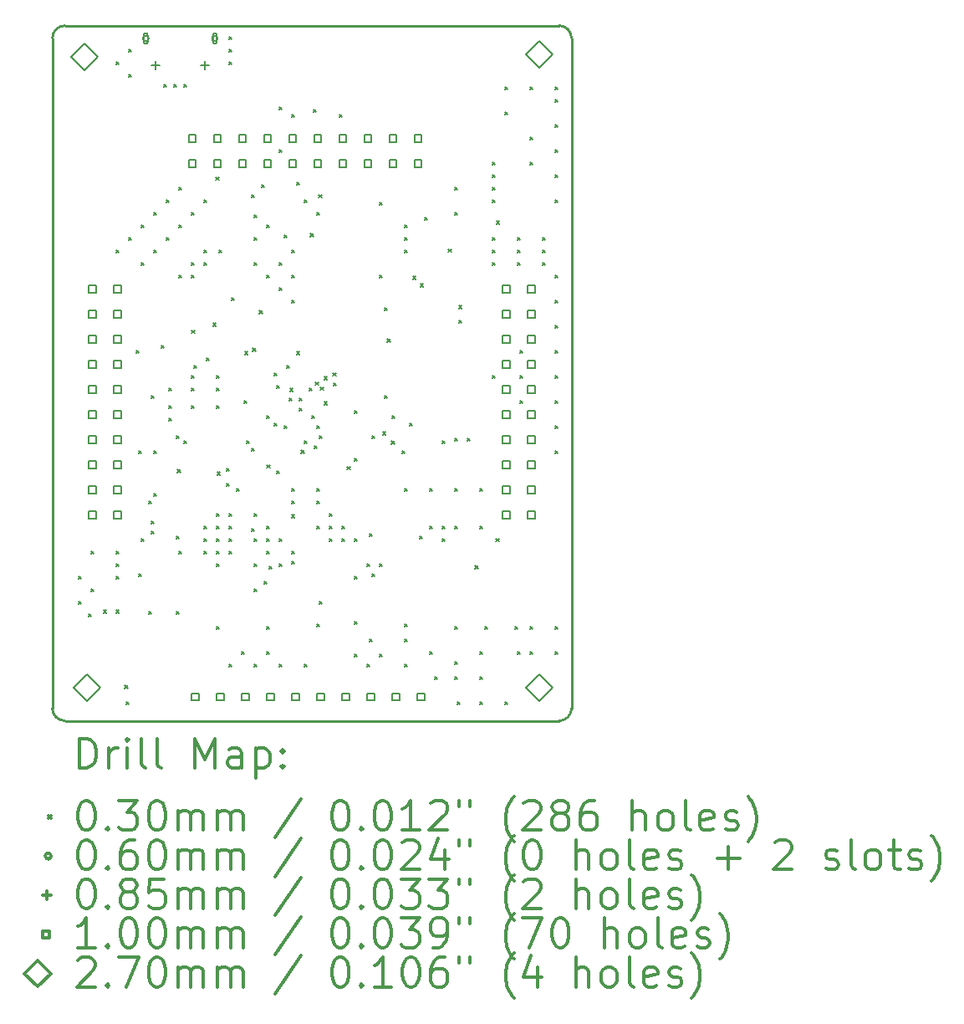
<source format=gbr>
%FSLAX45Y45*%
G04 Gerber Fmt 4.5, Leading zero omitted, Abs format (unit mm)*
G04 Created by KiCad (PCBNEW (5.1.5)-3) date 2020-01-11 04:19:14*
%MOMM*%
%LPD*%
G04 APERTURE LIST*
%TA.AperFunction,Profile*%
%ADD10C,0.250000*%
%TD*%
%ADD11C,0.200000*%
%ADD12C,0.300000*%
G04 APERTURE END LIST*
D10*
X15138400Y-12750800D02*
G75*
G02X15011400Y-12877800I-127000J0D01*
G01*
X10007600Y-12877800D02*
G75*
G02X9880600Y-12750800I0J127000D01*
G01*
X9880600Y-5969000D02*
G75*
G02X10007600Y-5842000I127000J0D01*
G01*
X15011400Y-5842000D02*
G75*
G02X15138400Y-5969000I0J-127000D01*
G01*
X9880600Y-5969000D02*
X9880600Y-12750800D01*
X9880600Y-12750800D02*
X9880600Y-12750800D01*
X15011400Y-12877800D02*
X10007600Y-12877800D01*
X9880600Y-5969000D02*
X9880600Y-5969000D01*
X10972800Y-5842000D02*
X10007600Y-5842000D01*
X10972800Y-5842000D02*
X15011400Y-5842000D01*
X15138400Y-12750800D02*
X15138400Y-5969000D01*
D11*
X10145000Y-11415000D02*
X10175000Y-11445000D01*
X10175000Y-11415000D02*
X10145000Y-11445000D01*
X10145000Y-11669000D02*
X10175000Y-11699000D01*
X10175000Y-11669000D02*
X10145000Y-11699000D01*
X10246600Y-11796000D02*
X10276600Y-11826000D01*
X10276600Y-11796000D02*
X10246600Y-11826000D01*
X10272000Y-11161000D02*
X10302000Y-11191000D01*
X10302000Y-11161000D02*
X10272000Y-11191000D01*
X10272000Y-11542000D02*
X10302000Y-11572000D01*
X10302000Y-11542000D02*
X10272000Y-11572000D01*
X10399000Y-11756000D02*
X10429000Y-11786000D01*
X10429000Y-11756000D02*
X10399000Y-11786000D01*
X10526000Y-6208000D02*
X10556000Y-6238000D01*
X10556000Y-6208000D02*
X10526000Y-6238000D01*
X10526000Y-8113000D02*
X10556000Y-8143000D01*
X10556000Y-8113000D02*
X10526000Y-8143000D01*
X10526000Y-11161000D02*
X10556000Y-11191000D01*
X10556000Y-11161000D02*
X10526000Y-11191000D01*
X10526000Y-11288000D02*
X10556000Y-11318000D01*
X10556000Y-11288000D02*
X10526000Y-11318000D01*
X10526000Y-11415000D02*
X10556000Y-11445000D01*
X10556000Y-11415000D02*
X10526000Y-11445000D01*
X10526000Y-11757900D02*
X10556000Y-11787900D01*
X10556000Y-11757900D02*
X10526000Y-11787900D01*
X10614900Y-12519900D02*
X10644900Y-12549900D01*
X10644900Y-12519900D02*
X10614900Y-12549900D01*
X10627600Y-12685000D02*
X10657600Y-12715000D01*
X10657600Y-12685000D02*
X10627600Y-12715000D01*
X10653000Y-6081000D02*
X10683000Y-6111000D01*
X10683000Y-6081000D02*
X10653000Y-6111000D01*
X10653000Y-6335000D02*
X10683000Y-6365000D01*
X10683000Y-6335000D02*
X10653000Y-6365000D01*
X10653000Y-7986000D02*
X10683000Y-8016000D01*
X10683000Y-7986000D02*
X10653000Y-8016000D01*
X10729200Y-9129000D02*
X10759200Y-9159000D01*
X10759200Y-9129000D02*
X10729200Y-9159000D01*
X10754600Y-10145000D02*
X10784600Y-10175000D01*
X10784600Y-10145000D02*
X10754600Y-10175000D01*
X10754600Y-11389600D02*
X10784600Y-11419600D01*
X10784600Y-11389600D02*
X10754600Y-11419600D01*
X10780000Y-7859000D02*
X10810000Y-7889000D01*
X10810000Y-7859000D02*
X10780000Y-7889000D01*
X10780000Y-8240000D02*
X10810000Y-8270000D01*
X10810000Y-8240000D02*
X10780000Y-8270000D01*
X10780000Y-11034000D02*
X10810000Y-11064000D01*
X10810000Y-11034000D02*
X10780000Y-11064000D01*
X10856200Y-10653000D02*
X10886200Y-10683000D01*
X10886200Y-10653000D02*
X10856200Y-10683000D01*
X10856200Y-11770600D02*
X10886200Y-11800600D01*
X10886200Y-11770600D02*
X10856200Y-11800600D01*
X10881600Y-10856200D02*
X10911600Y-10886200D01*
X10911600Y-10856200D02*
X10881600Y-10886200D01*
X10881600Y-10957800D02*
X10911600Y-10987800D01*
X10911600Y-10957800D02*
X10881600Y-10987800D01*
X10881624Y-9586200D02*
X10911624Y-9616200D01*
X10911624Y-9586200D02*
X10881624Y-9616200D01*
X10907000Y-7732000D02*
X10937000Y-7762000D01*
X10937000Y-7732000D02*
X10907000Y-7762000D01*
X10907000Y-8113000D02*
X10937000Y-8143000D01*
X10937000Y-8113000D02*
X10907000Y-8143000D01*
X10907000Y-10145000D02*
X10937000Y-10175000D01*
X10937000Y-10145000D02*
X10907000Y-10175000D01*
X10907000Y-10576800D02*
X10937000Y-10606800D01*
X10937000Y-10576800D02*
X10907000Y-10606800D01*
X10983200Y-9078200D02*
X11013200Y-9108200D01*
X11013200Y-9078200D02*
X10983200Y-9108200D01*
X11008600Y-6436600D02*
X11038600Y-6466600D01*
X11038600Y-6436600D02*
X11008600Y-6466600D01*
X11034000Y-7605000D02*
X11064000Y-7635000D01*
X11064000Y-7605000D02*
X11034000Y-7635000D01*
X11034000Y-7986000D02*
X11064000Y-8016000D01*
X11064000Y-7986000D02*
X11034000Y-8016000D01*
X11059400Y-9510000D02*
X11089400Y-9540000D01*
X11089400Y-9510000D02*
X11059400Y-9540000D01*
X11059400Y-9687798D02*
X11089400Y-9717798D01*
X11089400Y-9687798D02*
X11059400Y-9717798D01*
X11059400Y-9814800D02*
X11089400Y-9844800D01*
X11089400Y-9814800D02*
X11059400Y-9844800D01*
X11110200Y-6436600D02*
X11140200Y-6466600D01*
X11140200Y-6436600D02*
X11110200Y-6466600D01*
X11135600Y-9992600D02*
X11165600Y-10022600D01*
X11165600Y-9992600D02*
X11135600Y-10022600D01*
X11135600Y-11008600D02*
X11165600Y-11038600D01*
X11165600Y-11008600D02*
X11135600Y-11038600D01*
X11135600Y-11770600D02*
X11165600Y-11800600D01*
X11165600Y-11770600D02*
X11135600Y-11800600D01*
X11146000Y-10333000D02*
X11176000Y-10363000D01*
X11176000Y-10333000D02*
X11146000Y-10363000D01*
X11161000Y-7478000D02*
X11191000Y-7508000D01*
X11191000Y-7478000D02*
X11161000Y-7508000D01*
X11161000Y-7859000D02*
X11191000Y-7889000D01*
X11191000Y-7859000D02*
X11161000Y-7889000D01*
X11161000Y-8367000D02*
X11191000Y-8397000D01*
X11191000Y-8367000D02*
X11161000Y-8397000D01*
X11161000Y-11161000D02*
X11191000Y-11191000D01*
X11191000Y-11161000D02*
X11161000Y-11191000D01*
X11211800Y-6436600D02*
X11241800Y-6466600D01*
X11241800Y-6436600D02*
X11211800Y-6466600D01*
X11211800Y-10043400D02*
X11241800Y-10073400D01*
X11241800Y-10043400D02*
X11211800Y-10073400D01*
X11288000Y-7732000D02*
X11318000Y-7762000D01*
X11318000Y-7732000D02*
X11288000Y-7762000D01*
X11288000Y-8240000D02*
X11318000Y-8270000D01*
X11318000Y-8240000D02*
X11288000Y-8270000D01*
X11288000Y-8367000D02*
X11318000Y-8397000D01*
X11318000Y-8367000D02*
X11288000Y-8397000D01*
X11288000Y-9383000D02*
X11318000Y-9413000D01*
X11318000Y-9383000D02*
X11288000Y-9413000D01*
X11288000Y-9510000D02*
X11318000Y-9540000D01*
X11318000Y-9510000D02*
X11288000Y-9540000D01*
X11288000Y-9687800D02*
X11318000Y-9717800D01*
X11318000Y-9687800D02*
X11288000Y-9717800D01*
X11291000Y-8924000D02*
X11321000Y-8954000D01*
X11321000Y-8924000D02*
X11291000Y-8954000D01*
X11313400Y-9281400D02*
X11343400Y-9311400D01*
X11343400Y-9281400D02*
X11313400Y-9311400D01*
X11415000Y-7605000D02*
X11445000Y-7635000D01*
X11445000Y-7605000D02*
X11415000Y-7635000D01*
X11415000Y-8113000D02*
X11445000Y-8143000D01*
X11445000Y-8113000D02*
X11415000Y-8143000D01*
X11415000Y-8240000D02*
X11445000Y-8270000D01*
X11445000Y-8240000D02*
X11415000Y-8270000D01*
X11415000Y-10907000D02*
X11445000Y-10937000D01*
X11445000Y-10907000D02*
X11415000Y-10937000D01*
X11415000Y-11034000D02*
X11445000Y-11064000D01*
X11445000Y-11034000D02*
X11415000Y-11064000D01*
X11415000Y-11161000D02*
X11445000Y-11191000D01*
X11445000Y-11161000D02*
X11415000Y-11191000D01*
X11440400Y-9205200D02*
X11470400Y-9235200D01*
X11470400Y-9205200D02*
X11440400Y-9235200D01*
X11509000Y-8854000D02*
X11539000Y-8884000D01*
X11539000Y-8854000D02*
X11509000Y-8884000D01*
X11539000Y-7376400D02*
X11569000Y-7406400D01*
X11569000Y-7376400D02*
X11539000Y-7406400D01*
X11542000Y-9383000D02*
X11572000Y-9413000D01*
X11572000Y-9383000D02*
X11542000Y-9413000D01*
X11542000Y-9510000D02*
X11572000Y-9540000D01*
X11572000Y-9510000D02*
X11542000Y-9540000D01*
X11542000Y-9687800D02*
X11572000Y-9717800D01*
X11572000Y-9687800D02*
X11542000Y-9717800D01*
X11542000Y-10780000D02*
X11572000Y-10810000D01*
X11572000Y-10780000D02*
X11542000Y-10810000D01*
X11542000Y-10907000D02*
X11572000Y-10937000D01*
X11572000Y-10907000D02*
X11542000Y-10937000D01*
X11542000Y-11034000D02*
X11572000Y-11064000D01*
X11572000Y-11034000D02*
X11542000Y-11064000D01*
X11542000Y-11161000D02*
X11572000Y-11191000D01*
X11572000Y-11161000D02*
X11542000Y-11191000D01*
X11542000Y-11288000D02*
X11572000Y-11318000D01*
X11572000Y-11288000D02*
X11542000Y-11318000D01*
X11542000Y-11923000D02*
X11572000Y-11953000D01*
X11572000Y-11923000D02*
X11542000Y-11953000D01*
X11551000Y-10360000D02*
X11581000Y-10390000D01*
X11581000Y-10360000D02*
X11551000Y-10390000D01*
X11567400Y-8113000D02*
X11597400Y-8143000D01*
X11597400Y-8113000D02*
X11567400Y-8143000D01*
X11643600Y-10322800D02*
X11673600Y-10352800D01*
X11673600Y-10322800D02*
X11643600Y-10352800D01*
X11643600Y-10475200D02*
X11673600Y-10505200D01*
X11673600Y-10475200D02*
X11643600Y-10505200D01*
X11669000Y-5954000D02*
X11699000Y-5984000D01*
X11699000Y-5954000D02*
X11669000Y-5984000D01*
X11669000Y-6081000D02*
X11699000Y-6111000D01*
X11699000Y-6081000D02*
X11669000Y-6111000D01*
X11669000Y-6208000D02*
X11699000Y-6238000D01*
X11699000Y-6208000D02*
X11669000Y-6238000D01*
X11669000Y-10780000D02*
X11699000Y-10810000D01*
X11699000Y-10780000D02*
X11669000Y-10810000D01*
X11669000Y-10907000D02*
X11699000Y-10937000D01*
X11699000Y-10907000D02*
X11669000Y-10937000D01*
X11669000Y-11034000D02*
X11699000Y-11064000D01*
X11699000Y-11034000D02*
X11669000Y-11064000D01*
X11669000Y-11161000D02*
X11699000Y-11191000D01*
X11699000Y-11161000D02*
X11669000Y-11191000D01*
X11669000Y-12304000D02*
X11699000Y-12334000D01*
X11699000Y-12304000D02*
X11669000Y-12334000D01*
X11694400Y-8595600D02*
X11724400Y-8625600D01*
X11724400Y-8595600D02*
X11694400Y-8625600D01*
X11745200Y-10526000D02*
X11775200Y-10556000D01*
X11775200Y-10526000D02*
X11745200Y-10556000D01*
X11796000Y-12177000D02*
X11826000Y-12207000D01*
X11826000Y-12177000D02*
X11796000Y-12207000D01*
X11821400Y-9636999D02*
X11851400Y-9666999D01*
X11851400Y-9636999D02*
X11821400Y-9666999D01*
X11829186Y-9142719D02*
X11859186Y-9172719D01*
X11859186Y-9142719D02*
X11829186Y-9172719D01*
X11846800Y-10043400D02*
X11876800Y-10073400D01*
X11876800Y-10043400D02*
X11846800Y-10073400D01*
X11897600Y-7554200D02*
X11927600Y-7584200D01*
X11927600Y-7554200D02*
X11897600Y-7584200D01*
X11897600Y-10119600D02*
X11927600Y-10149600D01*
X11927600Y-10119600D02*
X11897600Y-10149600D01*
X11897600Y-10932400D02*
X11927600Y-10962400D01*
X11927600Y-10932400D02*
X11897600Y-10962400D01*
X11907633Y-9108370D02*
X11937633Y-9138370D01*
X11937633Y-9108370D02*
X11907633Y-9138370D01*
X11923000Y-7757400D02*
X11953000Y-7787400D01*
X11953000Y-7757400D02*
X11923000Y-7787400D01*
X11923000Y-7986000D02*
X11953000Y-8016000D01*
X11953000Y-7986000D02*
X11923000Y-8016000D01*
X11923000Y-8240000D02*
X11953000Y-8270000D01*
X11953000Y-8240000D02*
X11923000Y-8270000D01*
X11923000Y-10780000D02*
X11953000Y-10810000D01*
X11953000Y-10780000D02*
X11923000Y-10810000D01*
X11923000Y-11034000D02*
X11953000Y-11064000D01*
X11953000Y-11034000D02*
X11923000Y-11064000D01*
X11923000Y-11288000D02*
X11953000Y-11318000D01*
X11953000Y-11288000D02*
X11923000Y-11318000D01*
X11923000Y-11542000D02*
X11953000Y-11572000D01*
X11953000Y-11542000D02*
X11923000Y-11572000D01*
X11923000Y-12304000D02*
X11953000Y-12334000D01*
X11953000Y-12304000D02*
X11923000Y-12334000D01*
X11977137Y-8725938D02*
X12007137Y-8755938D01*
X12007137Y-8725938D02*
X11977137Y-8755938D01*
X11999200Y-7452600D02*
X12029200Y-7482600D01*
X12029200Y-7452600D02*
X11999200Y-7482600D01*
X12024600Y-11465800D02*
X12054600Y-11495800D01*
X12054600Y-11465800D02*
X12024600Y-11495800D01*
X12050000Y-7859000D02*
X12080000Y-7889000D01*
X12080000Y-7859000D02*
X12050000Y-7889000D01*
X12050000Y-8367000D02*
X12080000Y-8397000D01*
X12080000Y-8367000D02*
X12050000Y-8397000D01*
X12050000Y-9789400D02*
X12080000Y-9819400D01*
X12080000Y-9789400D02*
X12050000Y-9819400D01*
X12050000Y-10907000D02*
X12080000Y-10937000D01*
X12080000Y-10907000D02*
X12050000Y-10937000D01*
X12050000Y-11034000D02*
X12080000Y-11064000D01*
X12080000Y-11034000D02*
X12050000Y-11064000D01*
X12050000Y-11161000D02*
X12080000Y-11191000D01*
X12080000Y-11161000D02*
X12050000Y-11191000D01*
X12050000Y-11923000D02*
X12080000Y-11953000D01*
X12080000Y-11923000D02*
X12050000Y-11953000D01*
X12050000Y-12177000D02*
X12080000Y-12207000D01*
X12080000Y-12177000D02*
X12050000Y-12207000D01*
X12054384Y-10287888D02*
X12084384Y-10317888D01*
X12084384Y-10287888D02*
X12054384Y-10317888D01*
X12075400Y-11313400D02*
X12105400Y-11343400D01*
X12105400Y-11313400D02*
X12075400Y-11343400D01*
X12126199Y-9865600D02*
X12156199Y-9895600D01*
X12156199Y-9865600D02*
X12126199Y-9895600D01*
X12126200Y-9357600D02*
X12156200Y-9387600D01*
X12156200Y-9357600D02*
X12126200Y-9387600D01*
X12151600Y-9484600D02*
X12181600Y-9514600D01*
X12181600Y-9484600D02*
X12151600Y-9514600D01*
X12151600Y-10348200D02*
X12181600Y-10378200D01*
X12181600Y-10348200D02*
X12151600Y-10378200D01*
X12176999Y-7096999D02*
X12206999Y-7126999D01*
X12206999Y-7096999D02*
X12176999Y-7126999D01*
X12177000Y-6665200D02*
X12207000Y-6695200D01*
X12207000Y-6665200D02*
X12177000Y-6695200D01*
X12177000Y-8240000D02*
X12207000Y-8270000D01*
X12207000Y-8240000D02*
X12177000Y-8270000D01*
X12177000Y-8494000D02*
X12207000Y-8524000D01*
X12207000Y-8494000D02*
X12177000Y-8524000D01*
X12177000Y-11034000D02*
X12207000Y-11064000D01*
X12207000Y-11034000D02*
X12177000Y-11064000D01*
X12177000Y-11288000D02*
X12207000Y-11318000D01*
X12207000Y-11288000D02*
X12177000Y-11318000D01*
X12177000Y-12304000D02*
X12207000Y-12334000D01*
X12207000Y-12304000D02*
X12177000Y-12334000D01*
X12225493Y-9891624D02*
X12255493Y-9921624D01*
X12255493Y-9891624D02*
X12225493Y-9921624D01*
X12227800Y-7960600D02*
X12257800Y-7990600D01*
X12257800Y-7960600D02*
X12227800Y-7990600D01*
X12253200Y-9281400D02*
X12283200Y-9311400D01*
X12283200Y-9281400D02*
X12253200Y-9311400D01*
X12278600Y-9611600D02*
X12308600Y-9641600D01*
X12308600Y-9611600D02*
X12278600Y-9641600D01*
X12285912Y-9514850D02*
X12315912Y-9544850D01*
X12315912Y-9514850D02*
X12285912Y-9544850D01*
X12304000Y-6741400D02*
X12334000Y-6771400D01*
X12334000Y-6741400D02*
X12304000Y-6771400D01*
X12304000Y-8113000D02*
X12334000Y-8143000D01*
X12334000Y-8113000D02*
X12304000Y-8143000D01*
X12304000Y-8367000D02*
X12334000Y-8397000D01*
X12334000Y-8367000D02*
X12304000Y-8397000D01*
X12304000Y-8621000D02*
X12334000Y-8651000D01*
X12334000Y-8621000D02*
X12304000Y-8651000D01*
X12304000Y-10526000D02*
X12334000Y-10556000D01*
X12334000Y-10526000D02*
X12304000Y-10556000D01*
X12304000Y-10653000D02*
X12334000Y-10683000D01*
X12334000Y-10653000D02*
X12304000Y-10683000D01*
X12304000Y-10792700D02*
X12334000Y-10822700D01*
X12334000Y-10792700D02*
X12304000Y-10822700D01*
X12304000Y-11161000D02*
X12334000Y-11191000D01*
X12334000Y-11161000D02*
X12304000Y-11191000D01*
X12304000Y-11262600D02*
X12334000Y-11292600D01*
X12334000Y-11262600D02*
X12304000Y-11292600D01*
X12354800Y-7427200D02*
X12384800Y-7457200D01*
X12384800Y-7427200D02*
X12354800Y-7457200D01*
X12354800Y-9141700D02*
X12384800Y-9171700D01*
X12384800Y-9141700D02*
X12354800Y-9171700D01*
X12380200Y-9611600D02*
X12410200Y-9641600D01*
X12410200Y-9611600D02*
X12380200Y-9641600D01*
X12380200Y-9713200D02*
X12410200Y-9743200D01*
X12410200Y-9713200D02*
X12380200Y-9743200D01*
X12398442Y-10139997D02*
X12428442Y-10169997D01*
X12428442Y-10139997D02*
X12398442Y-10169997D01*
X12431000Y-7605000D02*
X12461000Y-7635000D01*
X12461000Y-7605000D02*
X12431000Y-7635000D01*
X12431000Y-10043407D02*
X12461000Y-10073407D01*
X12461000Y-10043407D02*
X12431000Y-10073407D01*
X12431000Y-12304000D02*
X12461000Y-12334000D01*
X12461000Y-12304000D02*
X12431000Y-12334000D01*
X12481800Y-9510000D02*
X12511800Y-9540000D01*
X12511800Y-9510000D02*
X12481800Y-9540000D01*
X12495000Y-7947000D02*
X12525000Y-7977000D01*
X12525000Y-7947000D02*
X12495000Y-7977000D01*
X12507200Y-9789400D02*
X12537200Y-9819400D01*
X12537200Y-9789400D02*
X12507200Y-9819400D01*
X12522567Y-6688472D02*
X12552567Y-6718472D01*
X12552567Y-6688472D02*
X12522567Y-6718472D01*
X12532600Y-10094200D02*
X12562600Y-10124200D01*
X12562600Y-10094200D02*
X12532600Y-10124200D01*
X12542614Y-9449186D02*
X12572614Y-9479186D01*
X12572614Y-9449186D02*
X12542614Y-9479186D01*
X12557999Y-9891000D02*
X12587999Y-9921000D01*
X12587999Y-9891000D02*
X12557999Y-9921000D01*
X12558000Y-7732000D02*
X12588000Y-7762000D01*
X12588000Y-7732000D02*
X12558000Y-7762000D01*
X12558000Y-10526000D02*
X12588000Y-10556000D01*
X12588000Y-10526000D02*
X12558000Y-10556000D01*
X12558000Y-10653000D02*
X12588000Y-10683000D01*
X12588000Y-10653000D02*
X12558000Y-10683000D01*
X12558000Y-10907000D02*
X12588000Y-10937000D01*
X12588000Y-10907000D02*
X12558000Y-10937000D01*
X12558000Y-11897600D02*
X12588000Y-11927600D01*
X12588000Y-11897600D02*
X12558000Y-11927600D01*
X12576000Y-7554000D02*
X12606000Y-7584000D01*
X12606000Y-7554000D02*
X12576000Y-7584000D01*
X12583400Y-9992600D02*
X12613400Y-10022600D01*
X12613400Y-9992600D02*
X12583400Y-10022600D01*
X12583400Y-11669000D02*
X12613400Y-11699000D01*
X12613400Y-11669000D02*
X12583400Y-11699000D01*
X12593414Y-9499986D02*
X12623414Y-9529986D01*
X12623414Y-9499986D02*
X12593414Y-9529986D01*
X12634200Y-9395700D02*
X12664200Y-9425700D01*
X12664200Y-9395700D02*
X12634200Y-9425700D01*
X12634200Y-9649700D02*
X12664200Y-9679700D01*
X12664200Y-9649700D02*
X12634200Y-9679700D01*
X12685000Y-10780000D02*
X12715000Y-10810000D01*
X12715000Y-10780000D02*
X12685000Y-10810000D01*
X12685000Y-10907000D02*
X12715000Y-10937000D01*
X12715000Y-10907000D02*
X12685000Y-10937000D01*
X12685000Y-11034000D02*
X12715000Y-11064000D01*
X12715000Y-11034000D02*
X12685000Y-11064000D01*
X12722081Y-9356000D02*
X12752081Y-9386000D01*
X12752081Y-9356000D02*
X12722081Y-9386000D01*
X12727000Y-9459200D02*
X12757000Y-9489200D01*
X12757000Y-9459200D02*
X12727000Y-9489200D01*
X12786600Y-6739878D02*
X12816600Y-6769878D01*
X12816600Y-6739878D02*
X12786600Y-6769878D01*
X12812000Y-10907000D02*
X12842000Y-10937000D01*
X12842000Y-10907000D02*
X12812000Y-10937000D01*
X12812000Y-11034000D02*
X12842000Y-11064000D01*
X12842000Y-11034000D02*
X12812000Y-11064000D01*
X12864133Y-10305511D02*
X12894133Y-10335511D01*
X12894133Y-10305511D02*
X12864133Y-10335511D01*
X12939000Y-9738600D02*
X12969000Y-9768600D01*
X12969000Y-9738600D02*
X12939000Y-9768600D01*
X12939000Y-10221200D02*
X12969000Y-10251200D01*
X12969000Y-10221200D02*
X12939000Y-10251200D01*
X12939000Y-11034000D02*
X12969000Y-11064000D01*
X12969000Y-11034000D02*
X12939000Y-11064000D01*
X12939000Y-11415000D02*
X12969000Y-11445000D01*
X12969000Y-11415000D02*
X12939000Y-11445000D01*
X12939000Y-11872200D02*
X12969000Y-11902200D01*
X12969000Y-11872200D02*
X12939000Y-11902200D01*
X12939000Y-12202400D02*
X12969000Y-12232400D01*
X12969000Y-12202400D02*
X12939000Y-12232400D01*
X13066000Y-11288000D02*
X13096000Y-11318000D01*
X13096000Y-11288000D02*
X13066000Y-11318000D01*
X13066000Y-12304000D02*
X13096000Y-12334000D01*
X13096000Y-12304000D02*
X13066000Y-12334000D01*
X13091400Y-10983200D02*
X13121400Y-11013200D01*
X13121400Y-10983200D02*
X13091400Y-11013200D01*
X13091400Y-12050000D02*
X13121400Y-12080000D01*
X13121400Y-12050000D02*
X13091400Y-12080000D01*
X13116800Y-9992600D02*
X13146800Y-10022600D01*
X13146800Y-9992600D02*
X13116800Y-10022600D01*
X13116800Y-11389600D02*
X13146800Y-11419600D01*
X13146800Y-11389600D02*
X13116800Y-11419600D01*
X13193000Y-7630400D02*
X13223000Y-7660400D01*
X13223000Y-7630400D02*
X13193000Y-7660400D01*
X13193000Y-8367000D02*
X13223000Y-8397000D01*
X13223000Y-8367000D02*
X13193000Y-8397000D01*
X13193000Y-11288000D02*
X13223000Y-11318000D01*
X13223000Y-11288000D02*
X13193000Y-11318000D01*
X13193000Y-12202400D02*
X13223000Y-12232400D01*
X13223000Y-12202400D02*
X13193000Y-12232400D01*
X13226000Y-9954000D02*
X13256000Y-9984000D01*
X13256000Y-9954000D02*
X13226000Y-9984000D01*
X13243800Y-8697200D02*
X13273800Y-8727200D01*
X13273800Y-8697200D02*
X13243800Y-8727200D01*
X13243803Y-9586200D02*
X13273803Y-9616200D01*
X13273803Y-9586200D02*
X13243803Y-9616200D01*
X13273000Y-9013000D02*
X13303000Y-9043000D01*
X13303000Y-9013000D02*
X13273000Y-9043000D01*
X13316278Y-10047122D02*
X13346278Y-10077122D01*
X13346278Y-10047122D02*
X13316278Y-10077122D01*
X13320000Y-9789400D02*
X13350000Y-9819400D01*
X13350000Y-9789400D02*
X13320000Y-9819400D01*
X13421600Y-10145000D02*
X13451600Y-10175000D01*
X13451600Y-10145000D02*
X13421600Y-10175000D01*
X13447000Y-7859000D02*
X13477000Y-7889000D01*
X13477000Y-7859000D02*
X13447000Y-7889000D01*
X13447000Y-7986000D02*
X13477000Y-8016000D01*
X13477000Y-7986000D02*
X13447000Y-8016000D01*
X13447000Y-8113000D02*
X13477000Y-8143000D01*
X13477000Y-8113000D02*
X13447000Y-8143000D01*
X13447000Y-10526000D02*
X13477000Y-10556000D01*
X13477000Y-10526000D02*
X13447000Y-10556000D01*
X13447000Y-11897600D02*
X13477000Y-11927600D01*
X13477000Y-11897600D02*
X13447000Y-11927600D01*
X13447000Y-12050000D02*
X13477000Y-12080000D01*
X13477000Y-12050000D02*
X13447000Y-12080000D01*
X13447000Y-12304000D02*
X13477000Y-12334000D01*
X13477000Y-12304000D02*
X13447000Y-12334000D01*
X13497800Y-9865600D02*
X13527800Y-9895600D01*
X13527800Y-9865600D02*
X13497800Y-9895600D01*
X13530000Y-8381000D02*
X13560000Y-8411000D01*
X13560000Y-8381000D02*
X13530000Y-8411000D01*
X13599400Y-11008600D02*
X13629400Y-11038600D01*
X13629400Y-11008600D02*
X13599400Y-11038600D01*
X13608000Y-8456000D02*
X13638000Y-8486000D01*
X13638000Y-8456000D02*
X13608000Y-8486000D01*
X13650200Y-7782800D02*
X13680200Y-7812800D01*
X13680200Y-7782800D02*
X13650200Y-7812800D01*
X13701000Y-10526000D02*
X13731000Y-10556000D01*
X13731000Y-10526000D02*
X13701000Y-10556000D01*
X13701000Y-10907000D02*
X13731000Y-10937000D01*
X13731000Y-10907000D02*
X13701000Y-10937000D01*
X13701000Y-12177000D02*
X13731000Y-12207000D01*
X13731000Y-12177000D02*
X13701000Y-12207000D01*
X13751800Y-12431000D02*
X13781800Y-12461000D01*
X13781800Y-12431000D02*
X13751800Y-12461000D01*
X13828000Y-10043400D02*
X13858000Y-10073400D01*
X13858000Y-10043400D02*
X13828000Y-10073400D01*
X13828000Y-10907000D02*
X13858000Y-10937000D01*
X13858000Y-10907000D02*
X13828000Y-10937000D01*
X13828000Y-11034000D02*
X13858000Y-11064000D01*
X13858000Y-11034000D02*
X13828000Y-11064000D01*
X13891600Y-8105000D02*
X13921600Y-8135000D01*
X13921600Y-8105000D02*
X13891600Y-8135000D01*
X13955000Y-7478000D02*
X13985000Y-7508000D01*
X13985000Y-7478000D02*
X13955000Y-7508000D01*
X13955000Y-7732000D02*
X13985000Y-7762000D01*
X13985000Y-7732000D02*
X13955000Y-7762000D01*
X13955000Y-10018000D02*
X13985000Y-10048000D01*
X13985000Y-10018000D02*
X13955000Y-10048000D01*
X13955000Y-10526000D02*
X13985000Y-10556000D01*
X13985000Y-10526000D02*
X13955000Y-10556000D01*
X13955000Y-10907000D02*
X13985000Y-10937000D01*
X13985000Y-10907000D02*
X13955000Y-10937000D01*
X13955000Y-11923000D02*
X13985000Y-11953000D01*
X13985000Y-11923000D02*
X13955000Y-11953000D01*
X13955000Y-12278600D02*
X13985000Y-12308600D01*
X13985000Y-12278600D02*
X13955000Y-12308600D01*
X13955000Y-12431000D02*
X13985000Y-12461000D01*
X13985000Y-12431000D02*
X13955000Y-12461000D01*
X13980400Y-12685000D02*
X14010400Y-12715000D01*
X14010400Y-12685000D02*
X13980400Y-12715000D01*
X13995000Y-8675000D02*
X14025000Y-8705000D01*
X14025000Y-8675000D02*
X13995000Y-8705000D01*
X13995000Y-8825000D02*
X14025000Y-8855000D01*
X14025000Y-8825000D02*
X13995000Y-8855000D01*
X14082000Y-10018000D02*
X14112000Y-10048000D01*
X14112000Y-10018000D02*
X14082000Y-10048000D01*
X14162000Y-11309000D02*
X14192000Y-11339000D01*
X14192000Y-11309000D02*
X14162000Y-11339000D01*
X14209000Y-10526000D02*
X14239000Y-10556000D01*
X14239000Y-10526000D02*
X14209000Y-10556000D01*
X14209000Y-10907000D02*
X14239000Y-10937000D01*
X14239000Y-10907000D02*
X14209000Y-10937000D01*
X14209000Y-12177000D02*
X14239000Y-12207000D01*
X14239000Y-12177000D02*
X14209000Y-12207000D01*
X14209000Y-12431000D02*
X14239000Y-12461000D01*
X14239000Y-12431000D02*
X14209000Y-12461000D01*
X14209000Y-12685000D02*
X14239000Y-12715000D01*
X14239000Y-12685000D02*
X14209000Y-12715000D01*
X14259800Y-11923000D02*
X14289800Y-11953000D01*
X14289800Y-11923000D02*
X14259800Y-11953000D01*
X14336000Y-7224000D02*
X14366000Y-7254000D01*
X14366000Y-7224000D02*
X14336000Y-7254000D01*
X14336000Y-7351000D02*
X14366000Y-7381000D01*
X14366000Y-7351000D02*
X14336000Y-7381000D01*
X14336000Y-7478000D02*
X14366000Y-7508000D01*
X14366000Y-7478000D02*
X14336000Y-7508000D01*
X14336000Y-7605000D02*
X14366000Y-7635000D01*
X14366000Y-7605000D02*
X14336000Y-7635000D01*
X14336000Y-7986000D02*
X14366000Y-8016000D01*
X14366000Y-7986000D02*
X14336000Y-8016000D01*
X14336000Y-8113000D02*
X14366000Y-8143000D01*
X14366000Y-8113000D02*
X14336000Y-8143000D01*
X14336000Y-8240000D02*
X14366000Y-8270000D01*
X14366000Y-8240000D02*
X14336000Y-8270000D01*
X14336000Y-9383000D02*
X14366000Y-9413000D01*
X14366000Y-9383000D02*
X14336000Y-9413000D01*
X14374100Y-11034000D02*
X14404100Y-11064000D01*
X14404100Y-11034000D02*
X14374100Y-11064000D01*
X14378000Y-7822000D02*
X14408000Y-7852000D01*
X14408000Y-7822000D02*
X14378000Y-7852000D01*
X14463000Y-6462000D02*
X14493000Y-6492000D01*
X14493000Y-6462000D02*
X14463000Y-6492000D01*
X14463000Y-6716000D02*
X14493000Y-6746000D01*
X14493000Y-6716000D02*
X14463000Y-6746000D01*
X14463000Y-12685000D02*
X14493000Y-12715000D01*
X14493000Y-12685000D02*
X14463000Y-12715000D01*
X14564600Y-11923000D02*
X14594600Y-11953000D01*
X14594600Y-11923000D02*
X14564600Y-11953000D01*
X14590000Y-7986000D02*
X14620000Y-8016000D01*
X14620000Y-7986000D02*
X14590000Y-8016000D01*
X14590000Y-8113000D02*
X14620000Y-8143000D01*
X14620000Y-8113000D02*
X14590000Y-8143000D01*
X14590000Y-8240000D02*
X14620000Y-8270000D01*
X14620000Y-8240000D02*
X14590000Y-8270000D01*
X14590000Y-12177000D02*
X14620000Y-12207000D01*
X14620000Y-12177000D02*
X14590000Y-12207000D01*
X14615400Y-9129000D02*
X14645400Y-9159000D01*
X14645400Y-9129000D02*
X14615400Y-9159000D01*
X14615400Y-9383000D02*
X14645400Y-9413000D01*
X14645400Y-9383000D02*
X14615400Y-9413000D01*
X14615400Y-9637000D02*
X14645400Y-9667000D01*
X14645400Y-9637000D02*
X14615400Y-9667000D01*
X14717000Y-6462000D02*
X14747000Y-6492000D01*
X14747000Y-6462000D02*
X14717000Y-6492000D01*
X14717000Y-6970000D02*
X14747000Y-7000000D01*
X14747000Y-6970000D02*
X14717000Y-7000000D01*
X14717000Y-7224000D02*
X14747000Y-7254000D01*
X14747000Y-7224000D02*
X14717000Y-7254000D01*
X14717000Y-11923000D02*
X14747000Y-11953000D01*
X14747000Y-11923000D02*
X14717000Y-11953000D01*
X14717000Y-12177000D02*
X14747000Y-12207000D01*
X14747000Y-12177000D02*
X14717000Y-12207000D01*
X14844000Y-7986000D02*
X14874000Y-8016000D01*
X14874000Y-7986000D02*
X14844000Y-8016000D01*
X14844000Y-8113000D02*
X14874000Y-8143000D01*
X14874000Y-8113000D02*
X14844000Y-8143000D01*
X14844000Y-8240000D02*
X14874000Y-8270000D01*
X14874000Y-8240000D02*
X14844000Y-8270000D01*
X14971000Y-6462000D02*
X15001000Y-6492000D01*
X15001000Y-6462000D02*
X14971000Y-6492000D01*
X14971000Y-6589000D02*
X15001000Y-6619000D01*
X15001000Y-6589000D02*
X14971000Y-6619000D01*
X14971000Y-6843000D02*
X15001000Y-6873000D01*
X15001000Y-6843000D02*
X14971000Y-6873000D01*
X14971000Y-7097000D02*
X15001000Y-7127000D01*
X15001000Y-7097000D02*
X14971000Y-7127000D01*
X14971000Y-7351000D02*
X15001000Y-7381000D01*
X15001000Y-7351000D02*
X14971000Y-7381000D01*
X14971000Y-7605000D02*
X15001000Y-7635000D01*
X15001000Y-7605000D02*
X14971000Y-7635000D01*
X14971000Y-8367000D02*
X15001000Y-8397000D01*
X15001000Y-8367000D02*
X14971000Y-8397000D01*
X14971000Y-8621000D02*
X15001000Y-8651000D01*
X15001000Y-8621000D02*
X14971000Y-8651000D01*
X14971000Y-8875000D02*
X15001000Y-8905000D01*
X15001000Y-8875000D02*
X14971000Y-8905000D01*
X14971000Y-9129000D02*
X15001000Y-9159000D01*
X15001000Y-9129000D02*
X14971000Y-9159000D01*
X14971000Y-9383000D02*
X15001000Y-9413000D01*
X15001000Y-9383000D02*
X14971000Y-9413000D01*
X14971000Y-9637000D02*
X15001000Y-9667000D01*
X15001000Y-9637000D02*
X14971000Y-9667000D01*
X14971000Y-9891000D02*
X15001000Y-9921000D01*
X15001000Y-9891000D02*
X14971000Y-9921000D01*
X14971000Y-10145000D02*
X15001000Y-10175000D01*
X15001000Y-10145000D02*
X14971000Y-10175000D01*
X14971000Y-11923000D02*
X15001000Y-11953000D01*
X15001000Y-11923000D02*
X14971000Y-11953000D01*
X14971000Y-12177000D02*
X15001000Y-12207000D01*
X15001000Y-12177000D02*
X14971000Y-12207000D01*
X10856000Y-5972250D02*
G75*
G03X10856000Y-5972250I-30000J0D01*
G01*
X10846000Y-6007250D02*
X10846000Y-5937250D01*
X10806000Y-6007250D02*
X10806000Y-5937250D01*
X10846000Y-5937250D02*
G75*
G03X10806000Y-5937250I-20000J0D01*
G01*
X10806000Y-6007250D02*
G75*
G03X10846000Y-6007250I20000J0D01*
G01*
X11556000Y-5972250D02*
G75*
G03X11556000Y-5972250I-30000J0D01*
G01*
X11506000Y-5937250D02*
X11506000Y-6007250D01*
X11546000Y-5937250D02*
X11546000Y-6007250D01*
X11506000Y-6007250D02*
G75*
G03X11546000Y-6007250I20000J0D01*
G01*
X11546000Y-5937250D02*
G75*
G03X11506000Y-5937250I-20000J0D01*
G01*
X10926000Y-6199750D02*
X10926000Y-6284750D01*
X10883500Y-6242250D02*
X10968500Y-6242250D01*
X11426000Y-6199750D02*
X11426000Y-6284750D01*
X11383500Y-6242250D02*
X11468500Y-6242250D01*
X11334756Y-7020356D02*
X11334756Y-6949644D01*
X11264044Y-6949644D01*
X11264044Y-7020356D01*
X11334756Y-7020356D01*
X11588756Y-7020356D02*
X11588756Y-6949644D01*
X11518044Y-6949644D01*
X11518044Y-7020356D01*
X11588756Y-7020356D01*
X11842756Y-7020356D02*
X11842756Y-6949644D01*
X11772044Y-6949644D01*
X11772044Y-7020356D01*
X11842756Y-7020356D01*
X12096756Y-7020356D02*
X12096756Y-6949644D01*
X12026044Y-6949644D01*
X12026044Y-7020356D01*
X12096756Y-7020356D01*
X12350756Y-7020356D02*
X12350756Y-6949644D01*
X12280044Y-6949644D01*
X12280044Y-7020356D01*
X12350756Y-7020356D01*
X12604756Y-7020356D02*
X12604756Y-6949644D01*
X12534044Y-6949644D01*
X12534044Y-7020356D01*
X12604756Y-7020356D01*
X12858756Y-7020356D02*
X12858756Y-6949644D01*
X12788044Y-6949644D01*
X12788044Y-7020356D01*
X12858756Y-7020356D01*
X13112756Y-7020356D02*
X13112756Y-6949644D01*
X13042044Y-6949644D01*
X13042044Y-7020356D01*
X13112756Y-7020356D01*
X13366756Y-7020356D02*
X13366756Y-6949644D01*
X13296044Y-6949644D01*
X13296044Y-7020356D01*
X13366756Y-7020356D01*
X13620756Y-7020356D02*
X13620756Y-6949644D01*
X13550044Y-6949644D01*
X13550044Y-7020356D01*
X13620756Y-7020356D01*
X10322356Y-8544356D02*
X10322356Y-8473644D01*
X10251644Y-8473644D01*
X10251644Y-8544356D01*
X10322356Y-8544356D01*
X10322356Y-8798356D02*
X10322356Y-8727644D01*
X10251644Y-8727644D01*
X10251644Y-8798356D01*
X10322356Y-8798356D01*
X10322356Y-9052356D02*
X10322356Y-8981644D01*
X10251644Y-8981644D01*
X10251644Y-9052356D01*
X10322356Y-9052356D01*
X10322356Y-9306356D02*
X10322356Y-9235644D01*
X10251644Y-9235644D01*
X10251644Y-9306356D01*
X10322356Y-9306356D01*
X10322356Y-9560356D02*
X10322356Y-9489644D01*
X10251644Y-9489644D01*
X10251644Y-9560356D01*
X10322356Y-9560356D01*
X10322356Y-9814356D02*
X10322356Y-9743644D01*
X10251644Y-9743644D01*
X10251644Y-9814356D01*
X10322356Y-9814356D01*
X10322356Y-10068356D02*
X10322356Y-9997644D01*
X10251644Y-9997644D01*
X10251644Y-10068356D01*
X10322356Y-10068356D01*
X10322356Y-10322356D02*
X10322356Y-10251644D01*
X10251644Y-10251644D01*
X10251644Y-10322356D01*
X10322356Y-10322356D01*
X10322356Y-10576356D02*
X10322356Y-10505644D01*
X10251644Y-10505644D01*
X10251644Y-10576356D01*
X10322356Y-10576356D01*
X10322356Y-10830356D02*
X10322356Y-10759644D01*
X10251644Y-10759644D01*
X10251644Y-10830356D01*
X10322356Y-10830356D01*
X14513356Y-8544356D02*
X14513356Y-8473644D01*
X14442644Y-8473644D01*
X14442644Y-8544356D01*
X14513356Y-8544356D01*
X14513356Y-8798356D02*
X14513356Y-8727644D01*
X14442644Y-8727644D01*
X14442644Y-8798356D01*
X14513356Y-8798356D01*
X14513356Y-9052356D02*
X14513356Y-8981644D01*
X14442644Y-8981644D01*
X14442644Y-9052356D01*
X14513356Y-9052356D01*
X14513356Y-9306356D02*
X14513356Y-9235644D01*
X14442644Y-9235644D01*
X14442644Y-9306356D01*
X14513356Y-9306356D01*
X14513356Y-9560356D02*
X14513356Y-9489644D01*
X14442644Y-9489644D01*
X14442644Y-9560356D01*
X14513356Y-9560356D01*
X14513356Y-9814356D02*
X14513356Y-9743644D01*
X14442644Y-9743644D01*
X14442644Y-9814356D01*
X14513356Y-9814356D01*
X14513356Y-10068356D02*
X14513356Y-9997644D01*
X14442644Y-9997644D01*
X14442644Y-10068356D01*
X14513356Y-10068356D01*
X14513356Y-10322356D02*
X14513356Y-10251644D01*
X14442644Y-10251644D01*
X14442644Y-10322356D01*
X14513356Y-10322356D01*
X14513356Y-10576356D02*
X14513356Y-10505644D01*
X14442644Y-10505644D01*
X14442644Y-10576356D01*
X14513356Y-10576356D01*
X14513356Y-10830356D02*
X14513356Y-10759644D01*
X14442644Y-10759644D01*
X14442644Y-10830356D01*
X14513356Y-10830356D01*
X14767356Y-8544356D02*
X14767356Y-8473644D01*
X14696644Y-8473644D01*
X14696644Y-8544356D01*
X14767356Y-8544356D01*
X14767356Y-8798356D02*
X14767356Y-8727644D01*
X14696644Y-8727644D01*
X14696644Y-8798356D01*
X14767356Y-8798356D01*
X14767356Y-9052356D02*
X14767356Y-8981644D01*
X14696644Y-8981644D01*
X14696644Y-9052356D01*
X14767356Y-9052356D01*
X14767356Y-9306356D02*
X14767356Y-9235644D01*
X14696644Y-9235644D01*
X14696644Y-9306356D01*
X14767356Y-9306356D01*
X14767356Y-9560356D02*
X14767356Y-9489644D01*
X14696644Y-9489644D01*
X14696644Y-9560356D01*
X14767356Y-9560356D01*
X14767356Y-9814356D02*
X14767356Y-9743644D01*
X14696644Y-9743644D01*
X14696644Y-9814356D01*
X14767356Y-9814356D01*
X14767356Y-10068356D02*
X14767356Y-9997644D01*
X14696644Y-9997644D01*
X14696644Y-10068356D01*
X14767356Y-10068356D01*
X14767356Y-10322356D02*
X14767356Y-10251644D01*
X14696644Y-10251644D01*
X14696644Y-10322356D01*
X14767356Y-10322356D01*
X14767356Y-10576356D02*
X14767356Y-10505644D01*
X14696644Y-10505644D01*
X14696644Y-10576356D01*
X14767356Y-10576356D01*
X14767356Y-10830356D02*
X14767356Y-10759644D01*
X14696644Y-10759644D01*
X14696644Y-10830356D01*
X14767356Y-10830356D01*
X11334756Y-7274356D02*
X11334756Y-7203644D01*
X11264044Y-7203644D01*
X11264044Y-7274356D01*
X11334756Y-7274356D01*
X11588756Y-7274356D02*
X11588756Y-7203644D01*
X11518044Y-7203644D01*
X11518044Y-7274356D01*
X11588756Y-7274356D01*
X11842756Y-7274356D02*
X11842756Y-7203644D01*
X11772044Y-7203644D01*
X11772044Y-7274356D01*
X11842756Y-7274356D01*
X12096756Y-7274356D02*
X12096756Y-7203644D01*
X12026044Y-7203644D01*
X12026044Y-7274356D01*
X12096756Y-7274356D01*
X12350756Y-7274356D02*
X12350756Y-7203644D01*
X12280044Y-7203644D01*
X12280044Y-7274356D01*
X12350756Y-7274356D01*
X12604756Y-7274356D02*
X12604756Y-7203644D01*
X12534044Y-7203644D01*
X12534044Y-7274356D01*
X12604756Y-7274356D01*
X12858756Y-7274356D02*
X12858756Y-7203644D01*
X12788044Y-7203644D01*
X12788044Y-7274356D01*
X12858756Y-7274356D01*
X13112756Y-7274356D02*
X13112756Y-7203644D01*
X13042044Y-7203644D01*
X13042044Y-7274356D01*
X13112756Y-7274356D01*
X13366756Y-7274356D02*
X13366756Y-7203644D01*
X13296044Y-7203644D01*
X13296044Y-7274356D01*
X13366756Y-7274356D01*
X13620756Y-7274356D02*
X13620756Y-7203644D01*
X13550044Y-7203644D01*
X13550044Y-7274356D01*
X13620756Y-7274356D01*
X11363756Y-12671856D02*
X11363756Y-12601144D01*
X11293044Y-12601144D01*
X11293044Y-12671856D01*
X11363756Y-12671856D01*
X11617756Y-12671856D02*
X11617756Y-12601144D01*
X11547044Y-12601144D01*
X11547044Y-12671856D01*
X11617756Y-12671856D01*
X11871756Y-12671856D02*
X11871756Y-12601144D01*
X11801044Y-12601144D01*
X11801044Y-12671856D01*
X11871756Y-12671856D01*
X12125756Y-12671856D02*
X12125756Y-12601144D01*
X12055044Y-12601144D01*
X12055044Y-12671856D01*
X12125756Y-12671856D01*
X12379756Y-12671856D02*
X12379756Y-12601144D01*
X12309044Y-12601144D01*
X12309044Y-12671856D01*
X12379756Y-12671856D01*
X12633756Y-12671856D02*
X12633756Y-12601144D01*
X12563044Y-12601144D01*
X12563044Y-12671856D01*
X12633756Y-12671856D01*
X12887756Y-12671856D02*
X12887756Y-12601144D01*
X12817044Y-12601144D01*
X12817044Y-12671856D01*
X12887756Y-12671856D01*
X13141756Y-12671856D02*
X13141756Y-12601144D01*
X13071044Y-12601144D01*
X13071044Y-12671856D01*
X13141756Y-12671856D01*
X13395756Y-12671856D02*
X13395756Y-12601144D01*
X13325044Y-12601144D01*
X13325044Y-12671856D01*
X13395756Y-12671856D01*
X13649756Y-12671856D02*
X13649756Y-12601144D01*
X13579044Y-12601144D01*
X13579044Y-12671856D01*
X13649756Y-12671856D01*
X10576356Y-8544356D02*
X10576356Y-8473644D01*
X10505644Y-8473644D01*
X10505644Y-8544356D01*
X10576356Y-8544356D01*
X10576356Y-8798356D02*
X10576356Y-8727644D01*
X10505644Y-8727644D01*
X10505644Y-8798356D01*
X10576356Y-8798356D01*
X10576356Y-9052356D02*
X10576356Y-8981644D01*
X10505644Y-8981644D01*
X10505644Y-9052356D01*
X10576356Y-9052356D01*
X10576356Y-9306356D02*
X10576356Y-9235644D01*
X10505644Y-9235644D01*
X10505644Y-9306356D01*
X10576356Y-9306356D01*
X10576356Y-9560356D02*
X10576356Y-9489644D01*
X10505644Y-9489644D01*
X10505644Y-9560356D01*
X10576356Y-9560356D01*
X10576356Y-9814356D02*
X10576356Y-9743644D01*
X10505644Y-9743644D01*
X10505644Y-9814356D01*
X10576356Y-9814356D01*
X10576356Y-10068356D02*
X10576356Y-9997644D01*
X10505644Y-9997644D01*
X10505644Y-10068356D01*
X10576356Y-10068356D01*
X10576356Y-10322356D02*
X10576356Y-10251644D01*
X10505644Y-10251644D01*
X10505644Y-10322356D01*
X10576356Y-10322356D01*
X10576356Y-10576356D02*
X10576356Y-10505644D01*
X10505644Y-10505644D01*
X10505644Y-10576356D01*
X10576356Y-10576356D01*
X10576356Y-10830356D02*
X10576356Y-10759644D01*
X10505644Y-10759644D01*
X10505644Y-10830356D01*
X10576356Y-10830356D01*
X10203180Y-6297040D02*
X10338180Y-6162040D01*
X10203180Y-6027040D01*
X10068180Y-6162040D01*
X10203180Y-6297040D01*
X14810740Y-6269540D02*
X14945740Y-6134540D01*
X14810740Y-5999540D01*
X14675740Y-6134540D01*
X14810740Y-6269540D01*
X10230680Y-12677520D02*
X10365680Y-12542520D01*
X10230680Y-12407520D01*
X10095680Y-12542520D01*
X10230680Y-12677520D01*
X14810740Y-12677520D02*
X14945740Y-12542520D01*
X14810740Y-12407520D01*
X14675740Y-12542520D01*
X14810740Y-12677520D01*
D12*
X10154528Y-13356014D02*
X10154528Y-13056014D01*
X10225957Y-13056014D01*
X10268814Y-13070300D01*
X10297386Y-13098871D01*
X10311671Y-13127443D01*
X10325957Y-13184586D01*
X10325957Y-13227443D01*
X10311671Y-13284586D01*
X10297386Y-13313157D01*
X10268814Y-13341729D01*
X10225957Y-13356014D01*
X10154528Y-13356014D01*
X10454528Y-13356014D02*
X10454528Y-13156014D01*
X10454528Y-13213157D02*
X10468814Y-13184586D01*
X10483100Y-13170300D01*
X10511671Y-13156014D01*
X10540243Y-13156014D01*
X10640243Y-13356014D02*
X10640243Y-13156014D01*
X10640243Y-13056014D02*
X10625957Y-13070300D01*
X10640243Y-13084586D01*
X10654528Y-13070300D01*
X10640243Y-13056014D01*
X10640243Y-13084586D01*
X10825957Y-13356014D02*
X10797386Y-13341729D01*
X10783100Y-13313157D01*
X10783100Y-13056014D01*
X10983100Y-13356014D02*
X10954528Y-13341729D01*
X10940243Y-13313157D01*
X10940243Y-13056014D01*
X11325957Y-13356014D02*
X11325957Y-13056014D01*
X11425957Y-13270300D01*
X11525957Y-13056014D01*
X11525957Y-13356014D01*
X11797386Y-13356014D02*
X11797386Y-13198871D01*
X11783100Y-13170300D01*
X11754528Y-13156014D01*
X11697386Y-13156014D01*
X11668814Y-13170300D01*
X11797386Y-13341729D02*
X11768814Y-13356014D01*
X11697386Y-13356014D01*
X11668814Y-13341729D01*
X11654528Y-13313157D01*
X11654528Y-13284586D01*
X11668814Y-13256014D01*
X11697386Y-13241729D01*
X11768814Y-13241729D01*
X11797386Y-13227443D01*
X11940243Y-13156014D02*
X11940243Y-13456014D01*
X11940243Y-13170300D02*
X11968814Y-13156014D01*
X12025957Y-13156014D01*
X12054528Y-13170300D01*
X12068814Y-13184586D01*
X12083100Y-13213157D01*
X12083100Y-13298871D01*
X12068814Y-13327443D01*
X12054528Y-13341729D01*
X12025957Y-13356014D01*
X11968814Y-13356014D01*
X11940243Y-13341729D01*
X12211671Y-13327443D02*
X12225957Y-13341729D01*
X12211671Y-13356014D01*
X12197386Y-13341729D01*
X12211671Y-13327443D01*
X12211671Y-13356014D01*
X12211671Y-13170300D02*
X12225957Y-13184586D01*
X12211671Y-13198871D01*
X12197386Y-13184586D01*
X12211671Y-13170300D01*
X12211671Y-13198871D01*
X9838100Y-13835300D02*
X9868100Y-13865300D01*
X9868100Y-13835300D02*
X9838100Y-13865300D01*
X10211671Y-13686014D02*
X10240243Y-13686014D01*
X10268814Y-13700300D01*
X10283100Y-13714586D01*
X10297386Y-13743157D01*
X10311671Y-13800300D01*
X10311671Y-13871729D01*
X10297386Y-13928871D01*
X10283100Y-13957443D01*
X10268814Y-13971729D01*
X10240243Y-13986014D01*
X10211671Y-13986014D01*
X10183100Y-13971729D01*
X10168814Y-13957443D01*
X10154528Y-13928871D01*
X10140243Y-13871729D01*
X10140243Y-13800300D01*
X10154528Y-13743157D01*
X10168814Y-13714586D01*
X10183100Y-13700300D01*
X10211671Y-13686014D01*
X10440243Y-13957443D02*
X10454528Y-13971729D01*
X10440243Y-13986014D01*
X10425957Y-13971729D01*
X10440243Y-13957443D01*
X10440243Y-13986014D01*
X10554528Y-13686014D02*
X10740243Y-13686014D01*
X10640243Y-13800300D01*
X10683100Y-13800300D01*
X10711671Y-13814586D01*
X10725957Y-13828871D01*
X10740243Y-13857443D01*
X10740243Y-13928871D01*
X10725957Y-13957443D01*
X10711671Y-13971729D01*
X10683100Y-13986014D01*
X10597386Y-13986014D01*
X10568814Y-13971729D01*
X10554528Y-13957443D01*
X10925957Y-13686014D02*
X10954528Y-13686014D01*
X10983100Y-13700300D01*
X10997386Y-13714586D01*
X11011671Y-13743157D01*
X11025957Y-13800300D01*
X11025957Y-13871729D01*
X11011671Y-13928871D01*
X10997386Y-13957443D01*
X10983100Y-13971729D01*
X10954528Y-13986014D01*
X10925957Y-13986014D01*
X10897386Y-13971729D01*
X10883100Y-13957443D01*
X10868814Y-13928871D01*
X10854528Y-13871729D01*
X10854528Y-13800300D01*
X10868814Y-13743157D01*
X10883100Y-13714586D01*
X10897386Y-13700300D01*
X10925957Y-13686014D01*
X11154528Y-13986014D02*
X11154528Y-13786014D01*
X11154528Y-13814586D02*
X11168814Y-13800300D01*
X11197386Y-13786014D01*
X11240243Y-13786014D01*
X11268814Y-13800300D01*
X11283100Y-13828871D01*
X11283100Y-13986014D01*
X11283100Y-13828871D02*
X11297386Y-13800300D01*
X11325957Y-13786014D01*
X11368814Y-13786014D01*
X11397386Y-13800300D01*
X11411671Y-13828871D01*
X11411671Y-13986014D01*
X11554528Y-13986014D02*
X11554528Y-13786014D01*
X11554528Y-13814586D02*
X11568814Y-13800300D01*
X11597386Y-13786014D01*
X11640243Y-13786014D01*
X11668814Y-13800300D01*
X11683100Y-13828871D01*
X11683100Y-13986014D01*
X11683100Y-13828871D02*
X11697386Y-13800300D01*
X11725957Y-13786014D01*
X11768814Y-13786014D01*
X11797386Y-13800300D01*
X11811671Y-13828871D01*
X11811671Y-13986014D01*
X12397386Y-13671729D02*
X12140243Y-14057443D01*
X12783100Y-13686014D02*
X12811671Y-13686014D01*
X12840243Y-13700300D01*
X12854528Y-13714586D01*
X12868814Y-13743157D01*
X12883100Y-13800300D01*
X12883100Y-13871729D01*
X12868814Y-13928871D01*
X12854528Y-13957443D01*
X12840243Y-13971729D01*
X12811671Y-13986014D01*
X12783100Y-13986014D01*
X12754528Y-13971729D01*
X12740243Y-13957443D01*
X12725957Y-13928871D01*
X12711671Y-13871729D01*
X12711671Y-13800300D01*
X12725957Y-13743157D01*
X12740243Y-13714586D01*
X12754528Y-13700300D01*
X12783100Y-13686014D01*
X13011671Y-13957443D02*
X13025957Y-13971729D01*
X13011671Y-13986014D01*
X12997386Y-13971729D01*
X13011671Y-13957443D01*
X13011671Y-13986014D01*
X13211671Y-13686014D02*
X13240243Y-13686014D01*
X13268814Y-13700300D01*
X13283100Y-13714586D01*
X13297386Y-13743157D01*
X13311671Y-13800300D01*
X13311671Y-13871729D01*
X13297386Y-13928871D01*
X13283100Y-13957443D01*
X13268814Y-13971729D01*
X13240243Y-13986014D01*
X13211671Y-13986014D01*
X13183100Y-13971729D01*
X13168814Y-13957443D01*
X13154528Y-13928871D01*
X13140243Y-13871729D01*
X13140243Y-13800300D01*
X13154528Y-13743157D01*
X13168814Y-13714586D01*
X13183100Y-13700300D01*
X13211671Y-13686014D01*
X13597386Y-13986014D02*
X13425957Y-13986014D01*
X13511671Y-13986014D02*
X13511671Y-13686014D01*
X13483100Y-13728871D01*
X13454528Y-13757443D01*
X13425957Y-13771729D01*
X13711671Y-13714586D02*
X13725957Y-13700300D01*
X13754528Y-13686014D01*
X13825957Y-13686014D01*
X13854528Y-13700300D01*
X13868814Y-13714586D01*
X13883100Y-13743157D01*
X13883100Y-13771729D01*
X13868814Y-13814586D01*
X13697386Y-13986014D01*
X13883100Y-13986014D01*
X13997386Y-13686014D02*
X13997386Y-13743157D01*
X14111671Y-13686014D02*
X14111671Y-13743157D01*
X14554528Y-14100300D02*
X14540243Y-14086014D01*
X14511671Y-14043157D01*
X14497386Y-14014586D01*
X14483100Y-13971729D01*
X14468814Y-13900300D01*
X14468814Y-13843157D01*
X14483100Y-13771729D01*
X14497386Y-13728871D01*
X14511671Y-13700300D01*
X14540243Y-13657443D01*
X14554528Y-13643157D01*
X14654528Y-13714586D02*
X14668814Y-13700300D01*
X14697386Y-13686014D01*
X14768814Y-13686014D01*
X14797386Y-13700300D01*
X14811671Y-13714586D01*
X14825957Y-13743157D01*
X14825957Y-13771729D01*
X14811671Y-13814586D01*
X14640243Y-13986014D01*
X14825957Y-13986014D01*
X14997386Y-13814586D02*
X14968814Y-13800300D01*
X14954528Y-13786014D01*
X14940243Y-13757443D01*
X14940243Y-13743157D01*
X14954528Y-13714586D01*
X14968814Y-13700300D01*
X14997386Y-13686014D01*
X15054528Y-13686014D01*
X15083100Y-13700300D01*
X15097386Y-13714586D01*
X15111671Y-13743157D01*
X15111671Y-13757443D01*
X15097386Y-13786014D01*
X15083100Y-13800300D01*
X15054528Y-13814586D01*
X14997386Y-13814586D01*
X14968814Y-13828871D01*
X14954528Y-13843157D01*
X14940243Y-13871729D01*
X14940243Y-13928871D01*
X14954528Y-13957443D01*
X14968814Y-13971729D01*
X14997386Y-13986014D01*
X15054528Y-13986014D01*
X15083100Y-13971729D01*
X15097386Y-13957443D01*
X15111671Y-13928871D01*
X15111671Y-13871729D01*
X15097386Y-13843157D01*
X15083100Y-13828871D01*
X15054528Y-13814586D01*
X15368814Y-13686014D02*
X15311671Y-13686014D01*
X15283100Y-13700300D01*
X15268814Y-13714586D01*
X15240243Y-13757443D01*
X15225957Y-13814586D01*
X15225957Y-13928871D01*
X15240243Y-13957443D01*
X15254528Y-13971729D01*
X15283100Y-13986014D01*
X15340243Y-13986014D01*
X15368814Y-13971729D01*
X15383100Y-13957443D01*
X15397386Y-13928871D01*
X15397386Y-13857443D01*
X15383100Y-13828871D01*
X15368814Y-13814586D01*
X15340243Y-13800300D01*
X15283100Y-13800300D01*
X15254528Y-13814586D01*
X15240243Y-13828871D01*
X15225957Y-13857443D01*
X15754528Y-13986014D02*
X15754528Y-13686014D01*
X15883100Y-13986014D02*
X15883100Y-13828871D01*
X15868814Y-13800300D01*
X15840243Y-13786014D01*
X15797386Y-13786014D01*
X15768814Y-13800300D01*
X15754528Y-13814586D01*
X16068814Y-13986014D02*
X16040243Y-13971729D01*
X16025957Y-13957443D01*
X16011671Y-13928871D01*
X16011671Y-13843157D01*
X16025957Y-13814586D01*
X16040243Y-13800300D01*
X16068814Y-13786014D01*
X16111671Y-13786014D01*
X16140243Y-13800300D01*
X16154528Y-13814586D01*
X16168814Y-13843157D01*
X16168814Y-13928871D01*
X16154528Y-13957443D01*
X16140243Y-13971729D01*
X16111671Y-13986014D01*
X16068814Y-13986014D01*
X16340243Y-13986014D02*
X16311671Y-13971729D01*
X16297386Y-13943157D01*
X16297386Y-13686014D01*
X16568814Y-13971729D02*
X16540243Y-13986014D01*
X16483100Y-13986014D01*
X16454528Y-13971729D01*
X16440243Y-13943157D01*
X16440243Y-13828871D01*
X16454528Y-13800300D01*
X16483100Y-13786014D01*
X16540243Y-13786014D01*
X16568814Y-13800300D01*
X16583100Y-13828871D01*
X16583100Y-13857443D01*
X16440243Y-13886014D01*
X16697386Y-13971729D02*
X16725957Y-13986014D01*
X16783100Y-13986014D01*
X16811671Y-13971729D01*
X16825957Y-13943157D01*
X16825957Y-13928871D01*
X16811671Y-13900300D01*
X16783100Y-13886014D01*
X16740243Y-13886014D01*
X16711671Y-13871729D01*
X16697386Y-13843157D01*
X16697386Y-13828871D01*
X16711671Y-13800300D01*
X16740243Y-13786014D01*
X16783100Y-13786014D01*
X16811671Y-13800300D01*
X16925957Y-14100300D02*
X16940243Y-14086014D01*
X16968814Y-14043157D01*
X16983100Y-14014586D01*
X16997386Y-13971729D01*
X17011671Y-13900300D01*
X17011671Y-13843157D01*
X16997386Y-13771729D01*
X16983100Y-13728871D01*
X16968814Y-13700300D01*
X16940243Y-13657443D01*
X16925957Y-13643157D01*
X9868100Y-14246300D02*
G75*
G03X9868100Y-14246300I-30000J0D01*
G01*
X10211671Y-14082014D02*
X10240243Y-14082014D01*
X10268814Y-14096300D01*
X10283100Y-14110586D01*
X10297386Y-14139157D01*
X10311671Y-14196300D01*
X10311671Y-14267729D01*
X10297386Y-14324871D01*
X10283100Y-14353443D01*
X10268814Y-14367729D01*
X10240243Y-14382014D01*
X10211671Y-14382014D01*
X10183100Y-14367729D01*
X10168814Y-14353443D01*
X10154528Y-14324871D01*
X10140243Y-14267729D01*
X10140243Y-14196300D01*
X10154528Y-14139157D01*
X10168814Y-14110586D01*
X10183100Y-14096300D01*
X10211671Y-14082014D01*
X10440243Y-14353443D02*
X10454528Y-14367729D01*
X10440243Y-14382014D01*
X10425957Y-14367729D01*
X10440243Y-14353443D01*
X10440243Y-14382014D01*
X10711671Y-14082014D02*
X10654528Y-14082014D01*
X10625957Y-14096300D01*
X10611671Y-14110586D01*
X10583100Y-14153443D01*
X10568814Y-14210586D01*
X10568814Y-14324871D01*
X10583100Y-14353443D01*
X10597386Y-14367729D01*
X10625957Y-14382014D01*
X10683100Y-14382014D01*
X10711671Y-14367729D01*
X10725957Y-14353443D01*
X10740243Y-14324871D01*
X10740243Y-14253443D01*
X10725957Y-14224871D01*
X10711671Y-14210586D01*
X10683100Y-14196300D01*
X10625957Y-14196300D01*
X10597386Y-14210586D01*
X10583100Y-14224871D01*
X10568814Y-14253443D01*
X10925957Y-14082014D02*
X10954528Y-14082014D01*
X10983100Y-14096300D01*
X10997386Y-14110586D01*
X11011671Y-14139157D01*
X11025957Y-14196300D01*
X11025957Y-14267729D01*
X11011671Y-14324871D01*
X10997386Y-14353443D01*
X10983100Y-14367729D01*
X10954528Y-14382014D01*
X10925957Y-14382014D01*
X10897386Y-14367729D01*
X10883100Y-14353443D01*
X10868814Y-14324871D01*
X10854528Y-14267729D01*
X10854528Y-14196300D01*
X10868814Y-14139157D01*
X10883100Y-14110586D01*
X10897386Y-14096300D01*
X10925957Y-14082014D01*
X11154528Y-14382014D02*
X11154528Y-14182014D01*
X11154528Y-14210586D02*
X11168814Y-14196300D01*
X11197386Y-14182014D01*
X11240243Y-14182014D01*
X11268814Y-14196300D01*
X11283100Y-14224871D01*
X11283100Y-14382014D01*
X11283100Y-14224871D02*
X11297386Y-14196300D01*
X11325957Y-14182014D01*
X11368814Y-14182014D01*
X11397386Y-14196300D01*
X11411671Y-14224871D01*
X11411671Y-14382014D01*
X11554528Y-14382014D02*
X11554528Y-14182014D01*
X11554528Y-14210586D02*
X11568814Y-14196300D01*
X11597386Y-14182014D01*
X11640243Y-14182014D01*
X11668814Y-14196300D01*
X11683100Y-14224871D01*
X11683100Y-14382014D01*
X11683100Y-14224871D02*
X11697386Y-14196300D01*
X11725957Y-14182014D01*
X11768814Y-14182014D01*
X11797386Y-14196300D01*
X11811671Y-14224871D01*
X11811671Y-14382014D01*
X12397386Y-14067729D02*
X12140243Y-14453443D01*
X12783100Y-14082014D02*
X12811671Y-14082014D01*
X12840243Y-14096300D01*
X12854528Y-14110586D01*
X12868814Y-14139157D01*
X12883100Y-14196300D01*
X12883100Y-14267729D01*
X12868814Y-14324871D01*
X12854528Y-14353443D01*
X12840243Y-14367729D01*
X12811671Y-14382014D01*
X12783100Y-14382014D01*
X12754528Y-14367729D01*
X12740243Y-14353443D01*
X12725957Y-14324871D01*
X12711671Y-14267729D01*
X12711671Y-14196300D01*
X12725957Y-14139157D01*
X12740243Y-14110586D01*
X12754528Y-14096300D01*
X12783100Y-14082014D01*
X13011671Y-14353443D02*
X13025957Y-14367729D01*
X13011671Y-14382014D01*
X12997386Y-14367729D01*
X13011671Y-14353443D01*
X13011671Y-14382014D01*
X13211671Y-14082014D02*
X13240243Y-14082014D01*
X13268814Y-14096300D01*
X13283100Y-14110586D01*
X13297386Y-14139157D01*
X13311671Y-14196300D01*
X13311671Y-14267729D01*
X13297386Y-14324871D01*
X13283100Y-14353443D01*
X13268814Y-14367729D01*
X13240243Y-14382014D01*
X13211671Y-14382014D01*
X13183100Y-14367729D01*
X13168814Y-14353443D01*
X13154528Y-14324871D01*
X13140243Y-14267729D01*
X13140243Y-14196300D01*
X13154528Y-14139157D01*
X13168814Y-14110586D01*
X13183100Y-14096300D01*
X13211671Y-14082014D01*
X13425957Y-14110586D02*
X13440243Y-14096300D01*
X13468814Y-14082014D01*
X13540243Y-14082014D01*
X13568814Y-14096300D01*
X13583100Y-14110586D01*
X13597386Y-14139157D01*
X13597386Y-14167729D01*
X13583100Y-14210586D01*
X13411671Y-14382014D01*
X13597386Y-14382014D01*
X13854528Y-14182014D02*
X13854528Y-14382014D01*
X13783100Y-14067729D02*
X13711671Y-14282014D01*
X13897386Y-14282014D01*
X13997386Y-14082014D02*
X13997386Y-14139157D01*
X14111671Y-14082014D02*
X14111671Y-14139157D01*
X14554528Y-14496300D02*
X14540243Y-14482014D01*
X14511671Y-14439157D01*
X14497386Y-14410586D01*
X14483100Y-14367729D01*
X14468814Y-14296300D01*
X14468814Y-14239157D01*
X14483100Y-14167729D01*
X14497386Y-14124871D01*
X14511671Y-14096300D01*
X14540243Y-14053443D01*
X14554528Y-14039157D01*
X14725957Y-14082014D02*
X14754528Y-14082014D01*
X14783100Y-14096300D01*
X14797386Y-14110586D01*
X14811671Y-14139157D01*
X14825957Y-14196300D01*
X14825957Y-14267729D01*
X14811671Y-14324871D01*
X14797386Y-14353443D01*
X14783100Y-14367729D01*
X14754528Y-14382014D01*
X14725957Y-14382014D01*
X14697386Y-14367729D01*
X14683100Y-14353443D01*
X14668814Y-14324871D01*
X14654528Y-14267729D01*
X14654528Y-14196300D01*
X14668814Y-14139157D01*
X14683100Y-14110586D01*
X14697386Y-14096300D01*
X14725957Y-14082014D01*
X15183100Y-14382014D02*
X15183100Y-14082014D01*
X15311671Y-14382014D02*
X15311671Y-14224871D01*
X15297386Y-14196300D01*
X15268814Y-14182014D01*
X15225957Y-14182014D01*
X15197386Y-14196300D01*
X15183100Y-14210586D01*
X15497386Y-14382014D02*
X15468814Y-14367729D01*
X15454528Y-14353443D01*
X15440243Y-14324871D01*
X15440243Y-14239157D01*
X15454528Y-14210586D01*
X15468814Y-14196300D01*
X15497386Y-14182014D01*
X15540243Y-14182014D01*
X15568814Y-14196300D01*
X15583100Y-14210586D01*
X15597386Y-14239157D01*
X15597386Y-14324871D01*
X15583100Y-14353443D01*
X15568814Y-14367729D01*
X15540243Y-14382014D01*
X15497386Y-14382014D01*
X15768814Y-14382014D02*
X15740243Y-14367729D01*
X15725957Y-14339157D01*
X15725957Y-14082014D01*
X15997386Y-14367729D02*
X15968814Y-14382014D01*
X15911671Y-14382014D01*
X15883100Y-14367729D01*
X15868814Y-14339157D01*
X15868814Y-14224871D01*
X15883100Y-14196300D01*
X15911671Y-14182014D01*
X15968814Y-14182014D01*
X15997386Y-14196300D01*
X16011671Y-14224871D01*
X16011671Y-14253443D01*
X15868814Y-14282014D01*
X16125957Y-14367729D02*
X16154528Y-14382014D01*
X16211671Y-14382014D01*
X16240243Y-14367729D01*
X16254528Y-14339157D01*
X16254528Y-14324871D01*
X16240243Y-14296300D01*
X16211671Y-14282014D01*
X16168814Y-14282014D01*
X16140243Y-14267729D01*
X16125957Y-14239157D01*
X16125957Y-14224871D01*
X16140243Y-14196300D01*
X16168814Y-14182014D01*
X16211671Y-14182014D01*
X16240243Y-14196300D01*
X16611671Y-14267729D02*
X16840243Y-14267729D01*
X16725957Y-14382014D02*
X16725957Y-14153443D01*
X17197386Y-14110586D02*
X17211671Y-14096300D01*
X17240243Y-14082014D01*
X17311671Y-14082014D01*
X17340243Y-14096300D01*
X17354528Y-14110586D01*
X17368814Y-14139157D01*
X17368814Y-14167729D01*
X17354528Y-14210586D01*
X17183100Y-14382014D01*
X17368814Y-14382014D01*
X17711671Y-14367729D02*
X17740243Y-14382014D01*
X17797386Y-14382014D01*
X17825957Y-14367729D01*
X17840243Y-14339157D01*
X17840243Y-14324871D01*
X17825957Y-14296300D01*
X17797386Y-14282014D01*
X17754528Y-14282014D01*
X17725957Y-14267729D01*
X17711671Y-14239157D01*
X17711671Y-14224871D01*
X17725957Y-14196300D01*
X17754528Y-14182014D01*
X17797386Y-14182014D01*
X17825957Y-14196300D01*
X18011671Y-14382014D02*
X17983100Y-14367729D01*
X17968814Y-14339157D01*
X17968814Y-14082014D01*
X18168814Y-14382014D02*
X18140243Y-14367729D01*
X18125957Y-14353443D01*
X18111671Y-14324871D01*
X18111671Y-14239157D01*
X18125957Y-14210586D01*
X18140243Y-14196300D01*
X18168814Y-14182014D01*
X18211671Y-14182014D01*
X18240243Y-14196300D01*
X18254528Y-14210586D01*
X18268814Y-14239157D01*
X18268814Y-14324871D01*
X18254528Y-14353443D01*
X18240243Y-14367729D01*
X18211671Y-14382014D01*
X18168814Y-14382014D01*
X18354528Y-14182014D02*
X18468814Y-14182014D01*
X18397386Y-14082014D02*
X18397386Y-14339157D01*
X18411671Y-14367729D01*
X18440243Y-14382014D01*
X18468814Y-14382014D01*
X18554528Y-14367729D02*
X18583100Y-14382014D01*
X18640243Y-14382014D01*
X18668814Y-14367729D01*
X18683100Y-14339157D01*
X18683100Y-14324871D01*
X18668814Y-14296300D01*
X18640243Y-14282014D01*
X18597386Y-14282014D01*
X18568814Y-14267729D01*
X18554528Y-14239157D01*
X18554528Y-14224871D01*
X18568814Y-14196300D01*
X18597386Y-14182014D01*
X18640243Y-14182014D01*
X18668814Y-14196300D01*
X18783100Y-14496300D02*
X18797386Y-14482014D01*
X18825957Y-14439157D01*
X18840243Y-14410586D01*
X18854528Y-14367729D01*
X18868814Y-14296300D01*
X18868814Y-14239157D01*
X18854528Y-14167729D01*
X18840243Y-14124871D01*
X18825957Y-14096300D01*
X18797386Y-14053443D01*
X18783100Y-14039157D01*
X9825600Y-14599800D02*
X9825600Y-14684800D01*
X9783100Y-14642300D02*
X9868100Y-14642300D01*
X10211671Y-14478014D02*
X10240243Y-14478014D01*
X10268814Y-14492300D01*
X10283100Y-14506586D01*
X10297386Y-14535157D01*
X10311671Y-14592300D01*
X10311671Y-14663729D01*
X10297386Y-14720871D01*
X10283100Y-14749443D01*
X10268814Y-14763729D01*
X10240243Y-14778014D01*
X10211671Y-14778014D01*
X10183100Y-14763729D01*
X10168814Y-14749443D01*
X10154528Y-14720871D01*
X10140243Y-14663729D01*
X10140243Y-14592300D01*
X10154528Y-14535157D01*
X10168814Y-14506586D01*
X10183100Y-14492300D01*
X10211671Y-14478014D01*
X10440243Y-14749443D02*
X10454528Y-14763729D01*
X10440243Y-14778014D01*
X10425957Y-14763729D01*
X10440243Y-14749443D01*
X10440243Y-14778014D01*
X10625957Y-14606586D02*
X10597386Y-14592300D01*
X10583100Y-14578014D01*
X10568814Y-14549443D01*
X10568814Y-14535157D01*
X10583100Y-14506586D01*
X10597386Y-14492300D01*
X10625957Y-14478014D01*
X10683100Y-14478014D01*
X10711671Y-14492300D01*
X10725957Y-14506586D01*
X10740243Y-14535157D01*
X10740243Y-14549443D01*
X10725957Y-14578014D01*
X10711671Y-14592300D01*
X10683100Y-14606586D01*
X10625957Y-14606586D01*
X10597386Y-14620871D01*
X10583100Y-14635157D01*
X10568814Y-14663729D01*
X10568814Y-14720871D01*
X10583100Y-14749443D01*
X10597386Y-14763729D01*
X10625957Y-14778014D01*
X10683100Y-14778014D01*
X10711671Y-14763729D01*
X10725957Y-14749443D01*
X10740243Y-14720871D01*
X10740243Y-14663729D01*
X10725957Y-14635157D01*
X10711671Y-14620871D01*
X10683100Y-14606586D01*
X11011671Y-14478014D02*
X10868814Y-14478014D01*
X10854528Y-14620871D01*
X10868814Y-14606586D01*
X10897386Y-14592300D01*
X10968814Y-14592300D01*
X10997386Y-14606586D01*
X11011671Y-14620871D01*
X11025957Y-14649443D01*
X11025957Y-14720871D01*
X11011671Y-14749443D01*
X10997386Y-14763729D01*
X10968814Y-14778014D01*
X10897386Y-14778014D01*
X10868814Y-14763729D01*
X10854528Y-14749443D01*
X11154528Y-14778014D02*
X11154528Y-14578014D01*
X11154528Y-14606586D02*
X11168814Y-14592300D01*
X11197386Y-14578014D01*
X11240243Y-14578014D01*
X11268814Y-14592300D01*
X11283100Y-14620871D01*
X11283100Y-14778014D01*
X11283100Y-14620871D02*
X11297386Y-14592300D01*
X11325957Y-14578014D01*
X11368814Y-14578014D01*
X11397386Y-14592300D01*
X11411671Y-14620871D01*
X11411671Y-14778014D01*
X11554528Y-14778014D02*
X11554528Y-14578014D01*
X11554528Y-14606586D02*
X11568814Y-14592300D01*
X11597386Y-14578014D01*
X11640243Y-14578014D01*
X11668814Y-14592300D01*
X11683100Y-14620871D01*
X11683100Y-14778014D01*
X11683100Y-14620871D02*
X11697386Y-14592300D01*
X11725957Y-14578014D01*
X11768814Y-14578014D01*
X11797386Y-14592300D01*
X11811671Y-14620871D01*
X11811671Y-14778014D01*
X12397386Y-14463729D02*
X12140243Y-14849443D01*
X12783100Y-14478014D02*
X12811671Y-14478014D01*
X12840243Y-14492300D01*
X12854528Y-14506586D01*
X12868814Y-14535157D01*
X12883100Y-14592300D01*
X12883100Y-14663729D01*
X12868814Y-14720871D01*
X12854528Y-14749443D01*
X12840243Y-14763729D01*
X12811671Y-14778014D01*
X12783100Y-14778014D01*
X12754528Y-14763729D01*
X12740243Y-14749443D01*
X12725957Y-14720871D01*
X12711671Y-14663729D01*
X12711671Y-14592300D01*
X12725957Y-14535157D01*
X12740243Y-14506586D01*
X12754528Y-14492300D01*
X12783100Y-14478014D01*
X13011671Y-14749443D02*
X13025957Y-14763729D01*
X13011671Y-14778014D01*
X12997386Y-14763729D01*
X13011671Y-14749443D01*
X13011671Y-14778014D01*
X13211671Y-14478014D02*
X13240243Y-14478014D01*
X13268814Y-14492300D01*
X13283100Y-14506586D01*
X13297386Y-14535157D01*
X13311671Y-14592300D01*
X13311671Y-14663729D01*
X13297386Y-14720871D01*
X13283100Y-14749443D01*
X13268814Y-14763729D01*
X13240243Y-14778014D01*
X13211671Y-14778014D01*
X13183100Y-14763729D01*
X13168814Y-14749443D01*
X13154528Y-14720871D01*
X13140243Y-14663729D01*
X13140243Y-14592300D01*
X13154528Y-14535157D01*
X13168814Y-14506586D01*
X13183100Y-14492300D01*
X13211671Y-14478014D01*
X13411671Y-14478014D02*
X13597386Y-14478014D01*
X13497386Y-14592300D01*
X13540243Y-14592300D01*
X13568814Y-14606586D01*
X13583100Y-14620871D01*
X13597386Y-14649443D01*
X13597386Y-14720871D01*
X13583100Y-14749443D01*
X13568814Y-14763729D01*
X13540243Y-14778014D01*
X13454528Y-14778014D01*
X13425957Y-14763729D01*
X13411671Y-14749443D01*
X13697386Y-14478014D02*
X13883100Y-14478014D01*
X13783100Y-14592300D01*
X13825957Y-14592300D01*
X13854528Y-14606586D01*
X13868814Y-14620871D01*
X13883100Y-14649443D01*
X13883100Y-14720871D01*
X13868814Y-14749443D01*
X13854528Y-14763729D01*
X13825957Y-14778014D01*
X13740243Y-14778014D01*
X13711671Y-14763729D01*
X13697386Y-14749443D01*
X13997386Y-14478014D02*
X13997386Y-14535157D01*
X14111671Y-14478014D02*
X14111671Y-14535157D01*
X14554528Y-14892300D02*
X14540243Y-14878014D01*
X14511671Y-14835157D01*
X14497386Y-14806586D01*
X14483100Y-14763729D01*
X14468814Y-14692300D01*
X14468814Y-14635157D01*
X14483100Y-14563729D01*
X14497386Y-14520871D01*
X14511671Y-14492300D01*
X14540243Y-14449443D01*
X14554528Y-14435157D01*
X14654528Y-14506586D02*
X14668814Y-14492300D01*
X14697386Y-14478014D01*
X14768814Y-14478014D01*
X14797386Y-14492300D01*
X14811671Y-14506586D01*
X14825957Y-14535157D01*
X14825957Y-14563729D01*
X14811671Y-14606586D01*
X14640243Y-14778014D01*
X14825957Y-14778014D01*
X15183100Y-14778014D02*
X15183100Y-14478014D01*
X15311671Y-14778014D02*
X15311671Y-14620871D01*
X15297386Y-14592300D01*
X15268814Y-14578014D01*
X15225957Y-14578014D01*
X15197386Y-14592300D01*
X15183100Y-14606586D01*
X15497386Y-14778014D02*
X15468814Y-14763729D01*
X15454528Y-14749443D01*
X15440243Y-14720871D01*
X15440243Y-14635157D01*
X15454528Y-14606586D01*
X15468814Y-14592300D01*
X15497386Y-14578014D01*
X15540243Y-14578014D01*
X15568814Y-14592300D01*
X15583100Y-14606586D01*
X15597386Y-14635157D01*
X15597386Y-14720871D01*
X15583100Y-14749443D01*
X15568814Y-14763729D01*
X15540243Y-14778014D01*
X15497386Y-14778014D01*
X15768814Y-14778014D02*
X15740243Y-14763729D01*
X15725957Y-14735157D01*
X15725957Y-14478014D01*
X15997386Y-14763729D02*
X15968814Y-14778014D01*
X15911671Y-14778014D01*
X15883100Y-14763729D01*
X15868814Y-14735157D01*
X15868814Y-14620871D01*
X15883100Y-14592300D01*
X15911671Y-14578014D01*
X15968814Y-14578014D01*
X15997386Y-14592300D01*
X16011671Y-14620871D01*
X16011671Y-14649443D01*
X15868814Y-14678014D01*
X16125957Y-14763729D02*
X16154528Y-14778014D01*
X16211671Y-14778014D01*
X16240243Y-14763729D01*
X16254528Y-14735157D01*
X16254528Y-14720871D01*
X16240243Y-14692300D01*
X16211671Y-14678014D01*
X16168814Y-14678014D01*
X16140243Y-14663729D01*
X16125957Y-14635157D01*
X16125957Y-14620871D01*
X16140243Y-14592300D01*
X16168814Y-14578014D01*
X16211671Y-14578014D01*
X16240243Y-14592300D01*
X16354528Y-14892300D02*
X16368814Y-14878014D01*
X16397386Y-14835157D01*
X16411671Y-14806586D01*
X16425957Y-14763729D01*
X16440243Y-14692300D01*
X16440243Y-14635157D01*
X16425957Y-14563729D01*
X16411671Y-14520871D01*
X16397386Y-14492300D01*
X16368814Y-14449443D01*
X16354528Y-14435157D01*
X9853456Y-15073656D02*
X9853456Y-15002944D01*
X9782744Y-15002944D01*
X9782744Y-15073656D01*
X9853456Y-15073656D01*
X10311671Y-15174014D02*
X10140243Y-15174014D01*
X10225957Y-15174014D02*
X10225957Y-14874014D01*
X10197386Y-14916871D01*
X10168814Y-14945443D01*
X10140243Y-14959729D01*
X10440243Y-15145443D02*
X10454528Y-15159729D01*
X10440243Y-15174014D01*
X10425957Y-15159729D01*
X10440243Y-15145443D01*
X10440243Y-15174014D01*
X10640243Y-14874014D02*
X10668814Y-14874014D01*
X10697386Y-14888300D01*
X10711671Y-14902586D01*
X10725957Y-14931157D01*
X10740243Y-14988300D01*
X10740243Y-15059729D01*
X10725957Y-15116871D01*
X10711671Y-15145443D01*
X10697386Y-15159729D01*
X10668814Y-15174014D01*
X10640243Y-15174014D01*
X10611671Y-15159729D01*
X10597386Y-15145443D01*
X10583100Y-15116871D01*
X10568814Y-15059729D01*
X10568814Y-14988300D01*
X10583100Y-14931157D01*
X10597386Y-14902586D01*
X10611671Y-14888300D01*
X10640243Y-14874014D01*
X10925957Y-14874014D02*
X10954528Y-14874014D01*
X10983100Y-14888300D01*
X10997386Y-14902586D01*
X11011671Y-14931157D01*
X11025957Y-14988300D01*
X11025957Y-15059729D01*
X11011671Y-15116871D01*
X10997386Y-15145443D01*
X10983100Y-15159729D01*
X10954528Y-15174014D01*
X10925957Y-15174014D01*
X10897386Y-15159729D01*
X10883100Y-15145443D01*
X10868814Y-15116871D01*
X10854528Y-15059729D01*
X10854528Y-14988300D01*
X10868814Y-14931157D01*
X10883100Y-14902586D01*
X10897386Y-14888300D01*
X10925957Y-14874014D01*
X11154528Y-15174014D02*
X11154528Y-14974014D01*
X11154528Y-15002586D02*
X11168814Y-14988300D01*
X11197386Y-14974014D01*
X11240243Y-14974014D01*
X11268814Y-14988300D01*
X11283100Y-15016871D01*
X11283100Y-15174014D01*
X11283100Y-15016871D02*
X11297386Y-14988300D01*
X11325957Y-14974014D01*
X11368814Y-14974014D01*
X11397386Y-14988300D01*
X11411671Y-15016871D01*
X11411671Y-15174014D01*
X11554528Y-15174014D02*
X11554528Y-14974014D01*
X11554528Y-15002586D02*
X11568814Y-14988300D01*
X11597386Y-14974014D01*
X11640243Y-14974014D01*
X11668814Y-14988300D01*
X11683100Y-15016871D01*
X11683100Y-15174014D01*
X11683100Y-15016871D02*
X11697386Y-14988300D01*
X11725957Y-14974014D01*
X11768814Y-14974014D01*
X11797386Y-14988300D01*
X11811671Y-15016871D01*
X11811671Y-15174014D01*
X12397386Y-14859729D02*
X12140243Y-15245443D01*
X12783100Y-14874014D02*
X12811671Y-14874014D01*
X12840243Y-14888300D01*
X12854528Y-14902586D01*
X12868814Y-14931157D01*
X12883100Y-14988300D01*
X12883100Y-15059729D01*
X12868814Y-15116871D01*
X12854528Y-15145443D01*
X12840243Y-15159729D01*
X12811671Y-15174014D01*
X12783100Y-15174014D01*
X12754528Y-15159729D01*
X12740243Y-15145443D01*
X12725957Y-15116871D01*
X12711671Y-15059729D01*
X12711671Y-14988300D01*
X12725957Y-14931157D01*
X12740243Y-14902586D01*
X12754528Y-14888300D01*
X12783100Y-14874014D01*
X13011671Y-15145443D02*
X13025957Y-15159729D01*
X13011671Y-15174014D01*
X12997386Y-15159729D01*
X13011671Y-15145443D01*
X13011671Y-15174014D01*
X13211671Y-14874014D02*
X13240243Y-14874014D01*
X13268814Y-14888300D01*
X13283100Y-14902586D01*
X13297386Y-14931157D01*
X13311671Y-14988300D01*
X13311671Y-15059729D01*
X13297386Y-15116871D01*
X13283100Y-15145443D01*
X13268814Y-15159729D01*
X13240243Y-15174014D01*
X13211671Y-15174014D01*
X13183100Y-15159729D01*
X13168814Y-15145443D01*
X13154528Y-15116871D01*
X13140243Y-15059729D01*
X13140243Y-14988300D01*
X13154528Y-14931157D01*
X13168814Y-14902586D01*
X13183100Y-14888300D01*
X13211671Y-14874014D01*
X13411671Y-14874014D02*
X13597386Y-14874014D01*
X13497386Y-14988300D01*
X13540243Y-14988300D01*
X13568814Y-15002586D01*
X13583100Y-15016871D01*
X13597386Y-15045443D01*
X13597386Y-15116871D01*
X13583100Y-15145443D01*
X13568814Y-15159729D01*
X13540243Y-15174014D01*
X13454528Y-15174014D01*
X13425957Y-15159729D01*
X13411671Y-15145443D01*
X13740243Y-15174014D02*
X13797386Y-15174014D01*
X13825957Y-15159729D01*
X13840243Y-15145443D01*
X13868814Y-15102586D01*
X13883100Y-15045443D01*
X13883100Y-14931157D01*
X13868814Y-14902586D01*
X13854528Y-14888300D01*
X13825957Y-14874014D01*
X13768814Y-14874014D01*
X13740243Y-14888300D01*
X13725957Y-14902586D01*
X13711671Y-14931157D01*
X13711671Y-15002586D01*
X13725957Y-15031157D01*
X13740243Y-15045443D01*
X13768814Y-15059729D01*
X13825957Y-15059729D01*
X13854528Y-15045443D01*
X13868814Y-15031157D01*
X13883100Y-15002586D01*
X13997386Y-14874014D02*
X13997386Y-14931157D01*
X14111671Y-14874014D02*
X14111671Y-14931157D01*
X14554528Y-15288300D02*
X14540243Y-15274014D01*
X14511671Y-15231157D01*
X14497386Y-15202586D01*
X14483100Y-15159729D01*
X14468814Y-15088300D01*
X14468814Y-15031157D01*
X14483100Y-14959729D01*
X14497386Y-14916871D01*
X14511671Y-14888300D01*
X14540243Y-14845443D01*
X14554528Y-14831157D01*
X14640243Y-14874014D02*
X14840243Y-14874014D01*
X14711671Y-15174014D01*
X15011671Y-14874014D02*
X15040243Y-14874014D01*
X15068814Y-14888300D01*
X15083100Y-14902586D01*
X15097386Y-14931157D01*
X15111671Y-14988300D01*
X15111671Y-15059729D01*
X15097386Y-15116871D01*
X15083100Y-15145443D01*
X15068814Y-15159729D01*
X15040243Y-15174014D01*
X15011671Y-15174014D01*
X14983100Y-15159729D01*
X14968814Y-15145443D01*
X14954528Y-15116871D01*
X14940243Y-15059729D01*
X14940243Y-14988300D01*
X14954528Y-14931157D01*
X14968814Y-14902586D01*
X14983100Y-14888300D01*
X15011671Y-14874014D01*
X15468814Y-15174014D02*
X15468814Y-14874014D01*
X15597386Y-15174014D02*
X15597386Y-15016871D01*
X15583100Y-14988300D01*
X15554528Y-14974014D01*
X15511671Y-14974014D01*
X15483100Y-14988300D01*
X15468814Y-15002586D01*
X15783100Y-15174014D02*
X15754528Y-15159729D01*
X15740243Y-15145443D01*
X15725957Y-15116871D01*
X15725957Y-15031157D01*
X15740243Y-15002586D01*
X15754528Y-14988300D01*
X15783100Y-14974014D01*
X15825957Y-14974014D01*
X15854528Y-14988300D01*
X15868814Y-15002586D01*
X15883100Y-15031157D01*
X15883100Y-15116871D01*
X15868814Y-15145443D01*
X15854528Y-15159729D01*
X15825957Y-15174014D01*
X15783100Y-15174014D01*
X16054528Y-15174014D02*
X16025957Y-15159729D01*
X16011671Y-15131157D01*
X16011671Y-14874014D01*
X16283100Y-15159729D02*
X16254528Y-15174014D01*
X16197386Y-15174014D01*
X16168814Y-15159729D01*
X16154528Y-15131157D01*
X16154528Y-15016871D01*
X16168814Y-14988300D01*
X16197386Y-14974014D01*
X16254528Y-14974014D01*
X16283100Y-14988300D01*
X16297386Y-15016871D01*
X16297386Y-15045443D01*
X16154528Y-15074014D01*
X16411671Y-15159729D02*
X16440243Y-15174014D01*
X16497386Y-15174014D01*
X16525957Y-15159729D01*
X16540243Y-15131157D01*
X16540243Y-15116871D01*
X16525957Y-15088300D01*
X16497386Y-15074014D01*
X16454528Y-15074014D01*
X16425957Y-15059729D01*
X16411671Y-15031157D01*
X16411671Y-15016871D01*
X16425957Y-14988300D01*
X16454528Y-14974014D01*
X16497386Y-14974014D01*
X16525957Y-14988300D01*
X16640243Y-15288300D02*
X16654528Y-15274014D01*
X16683100Y-15231157D01*
X16697386Y-15202586D01*
X16711671Y-15159729D01*
X16725957Y-15088300D01*
X16725957Y-15031157D01*
X16711671Y-14959729D01*
X16697386Y-14916871D01*
X16683100Y-14888300D01*
X16654528Y-14845443D01*
X16640243Y-14831157D01*
X9733100Y-15569300D02*
X9868100Y-15434300D01*
X9733100Y-15299300D01*
X9598100Y-15434300D01*
X9733100Y-15569300D01*
X10140243Y-15298586D02*
X10154528Y-15284300D01*
X10183100Y-15270014D01*
X10254528Y-15270014D01*
X10283100Y-15284300D01*
X10297386Y-15298586D01*
X10311671Y-15327157D01*
X10311671Y-15355729D01*
X10297386Y-15398586D01*
X10125957Y-15570014D01*
X10311671Y-15570014D01*
X10440243Y-15541443D02*
X10454528Y-15555729D01*
X10440243Y-15570014D01*
X10425957Y-15555729D01*
X10440243Y-15541443D01*
X10440243Y-15570014D01*
X10554528Y-15270014D02*
X10754528Y-15270014D01*
X10625957Y-15570014D01*
X10925957Y-15270014D02*
X10954528Y-15270014D01*
X10983100Y-15284300D01*
X10997386Y-15298586D01*
X11011671Y-15327157D01*
X11025957Y-15384300D01*
X11025957Y-15455729D01*
X11011671Y-15512871D01*
X10997386Y-15541443D01*
X10983100Y-15555729D01*
X10954528Y-15570014D01*
X10925957Y-15570014D01*
X10897386Y-15555729D01*
X10883100Y-15541443D01*
X10868814Y-15512871D01*
X10854528Y-15455729D01*
X10854528Y-15384300D01*
X10868814Y-15327157D01*
X10883100Y-15298586D01*
X10897386Y-15284300D01*
X10925957Y-15270014D01*
X11154528Y-15570014D02*
X11154528Y-15370014D01*
X11154528Y-15398586D02*
X11168814Y-15384300D01*
X11197386Y-15370014D01*
X11240243Y-15370014D01*
X11268814Y-15384300D01*
X11283100Y-15412871D01*
X11283100Y-15570014D01*
X11283100Y-15412871D02*
X11297386Y-15384300D01*
X11325957Y-15370014D01*
X11368814Y-15370014D01*
X11397386Y-15384300D01*
X11411671Y-15412871D01*
X11411671Y-15570014D01*
X11554528Y-15570014D02*
X11554528Y-15370014D01*
X11554528Y-15398586D02*
X11568814Y-15384300D01*
X11597386Y-15370014D01*
X11640243Y-15370014D01*
X11668814Y-15384300D01*
X11683100Y-15412871D01*
X11683100Y-15570014D01*
X11683100Y-15412871D02*
X11697386Y-15384300D01*
X11725957Y-15370014D01*
X11768814Y-15370014D01*
X11797386Y-15384300D01*
X11811671Y-15412871D01*
X11811671Y-15570014D01*
X12397386Y-15255729D02*
X12140243Y-15641443D01*
X12783100Y-15270014D02*
X12811671Y-15270014D01*
X12840243Y-15284300D01*
X12854528Y-15298586D01*
X12868814Y-15327157D01*
X12883100Y-15384300D01*
X12883100Y-15455729D01*
X12868814Y-15512871D01*
X12854528Y-15541443D01*
X12840243Y-15555729D01*
X12811671Y-15570014D01*
X12783100Y-15570014D01*
X12754528Y-15555729D01*
X12740243Y-15541443D01*
X12725957Y-15512871D01*
X12711671Y-15455729D01*
X12711671Y-15384300D01*
X12725957Y-15327157D01*
X12740243Y-15298586D01*
X12754528Y-15284300D01*
X12783100Y-15270014D01*
X13011671Y-15541443D02*
X13025957Y-15555729D01*
X13011671Y-15570014D01*
X12997386Y-15555729D01*
X13011671Y-15541443D01*
X13011671Y-15570014D01*
X13311671Y-15570014D02*
X13140243Y-15570014D01*
X13225957Y-15570014D02*
X13225957Y-15270014D01*
X13197386Y-15312871D01*
X13168814Y-15341443D01*
X13140243Y-15355729D01*
X13497386Y-15270014D02*
X13525957Y-15270014D01*
X13554528Y-15284300D01*
X13568814Y-15298586D01*
X13583100Y-15327157D01*
X13597386Y-15384300D01*
X13597386Y-15455729D01*
X13583100Y-15512871D01*
X13568814Y-15541443D01*
X13554528Y-15555729D01*
X13525957Y-15570014D01*
X13497386Y-15570014D01*
X13468814Y-15555729D01*
X13454528Y-15541443D01*
X13440243Y-15512871D01*
X13425957Y-15455729D01*
X13425957Y-15384300D01*
X13440243Y-15327157D01*
X13454528Y-15298586D01*
X13468814Y-15284300D01*
X13497386Y-15270014D01*
X13854528Y-15270014D02*
X13797386Y-15270014D01*
X13768814Y-15284300D01*
X13754528Y-15298586D01*
X13725957Y-15341443D01*
X13711671Y-15398586D01*
X13711671Y-15512871D01*
X13725957Y-15541443D01*
X13740243Y-15555729D01*
X13768814Y-15570014D01*
X13825957Y-15570014D01*
X13854528Y-15555729D01*
X13868814Y-15541443D01*
X13883100Y-15512871D01*
X13883100Y-15441443D01*
X13868814Y-15412871D01*
X13854528Y-15398586D01*
X13825957Y-15384300D01*
X13768814Y-15384300D01*
X13740243Y-15398586D01*
X13725957Y-15412871D01*
X13711671Y-15441443D01*
X13997386Y-15270014D02*
X13997386Y-15327157D01*
X14111671Y-15270014D02*
X14111671Y-15327157D01*
X14554528Y-15684300D02*
X14540243Y-15670014D01*
X14511671Y-15627157D01*
X14497386Y-15598586D01*
X14483100Y-15555729D01*
X14468814Y-15484300D01*
X14468814Y-15427157D01*
X14483100Y-15355729D01*
X14497386Y-15312871D01*
X14511671Y-15284300D01*
X14540243Y-15241443D01*
X14554528Y-15227157D01*
X14797386Y-15370014D02*
X14797386Y-15570014D01*
X14725957Y-15255729D02*
X14654528Y-15470014D01*
X14840243Y-15470014D01*
X15183100Y-15570014D02*
X15183100Y-15270014D01*
X15311671Y-15570014D02*
X15311671Y-15412871D01*
X15297386Y-15384300D01*
X15268814Y-15370014D01*
X15225957Y-15370014D01*
X15197386Y-15384300D01*
X15183100Y-15398586D01*
X15497386Y-15570014D02*
X15468814Y-15555729D01*
X15454528Y-15541443D01*
X15440243Y-15512871D01*
X15440243Y-15427157D01*
X15454528Y-15398586D01*
X15468814Y-15384300D01*
X15497386Y-15370014D01*
X15540243Y-15370014D01*
X15568814Y-15384300D01*
X15583100Y-15398586D01*
X15597386Y-15427157D01*
X15597386Y-15512871D01*
X15583100Y-15541443D01*
X15568814Y-15555729D01*
X15540243Y-15570014D01*
X15497386Y-15570014D01*
X15768814Y-15570014D02*
X15740243Y-15555729D01*
X15725957Y-15527157D01*
X15725957Y-15270014D01*
X15997386Y-15555729D02*
X15968814Y-15570014D01*
X15911671Y-15570014D01*
X15883100Y-15555729D01*
X15868814Y-15527157D01*
X15868814Y-15412871D01*
X15883100Y-15384300D01*
X15911671Y-15370014D01*
X15968814Y-15370014D01*
X15997386Y-15384300D01*
X16011671Y-15412871D01*
X16011671Y-15441443D01*
X15868814Y-15470014D01*
X16125957Y-15555729D02*
X16154528Y-15570014D01*
X16211671Y-15570014D01*
X16240243Y-15555729D01*
X16254528Y-15527157D01*
X16254528Y-15512871D01*
X16240243Y-15484300D01*
X16211671Y-15470014D01*
X16168814Y-15470014D01*
X16140243Y-15455729D01*
X16125957Y-15427157D01*
X16125957Y-15412871D01*
X16140243Y-15384300D01*
X16168814Y-15370014D01*
X16211671Y-15370014D01*
X16240243Y-15384300D01*
X16354528Y-15684300D02*
X16368814Y-15670014D01*
X16397386Y-15627157D01*
X16411671Y-15598586D01*
X16425957Y-15555729D01*
X16440243Y-15484300D01*
X16440243Y-15427157D01*
X16425957Y-15355729D01*
X16411671Y-15312871D01*
X16397386Y-15284300D01*
X16368814Y-15241443D01*
X16354528Y-15227157D01*
M02*

</source>
